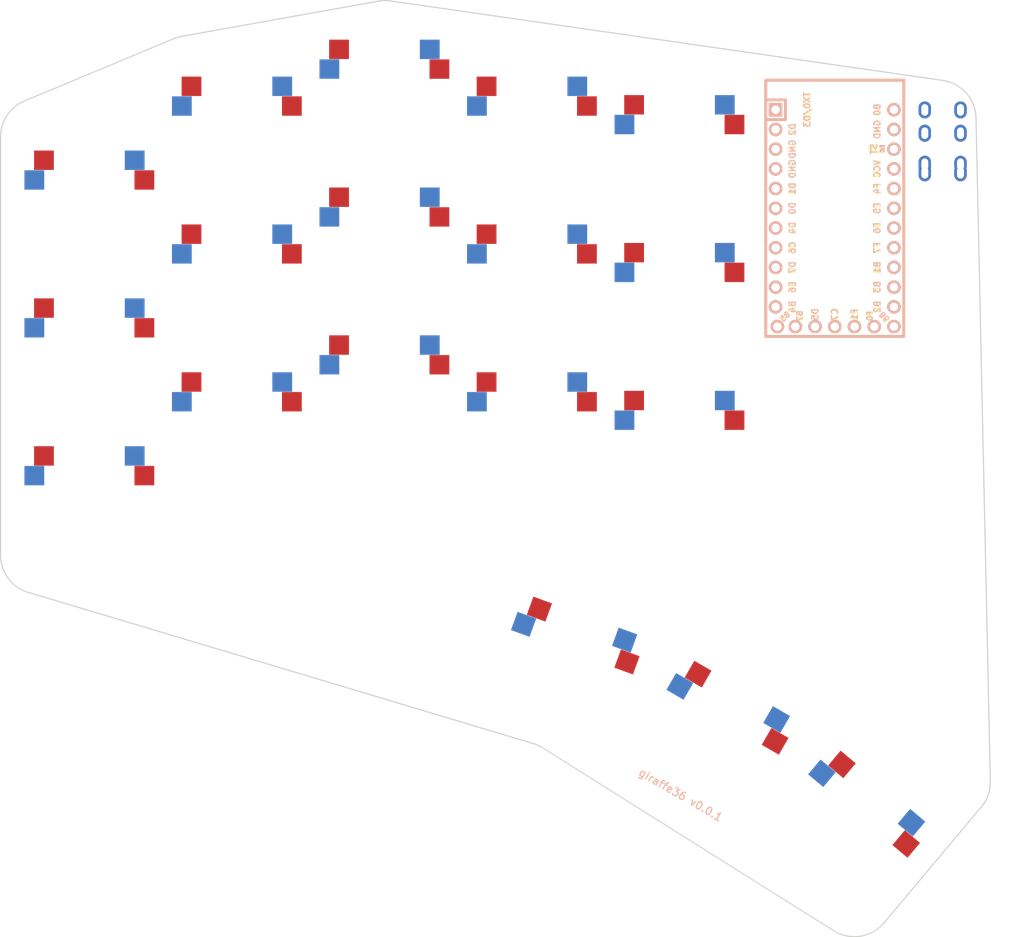
<source format=kicad_pcb>

            
(kicad_pcb (version 20171130) (host pcbnew 5.1.6)

  (page A3)
  (title_block
    (title giraffe36_pcb)
    (rev v1.0.0)
    (company Unknown)
  )

  (general
    (thickness 1.6)
  )

  (layers
    (0 F.Cu signal)
    (31 B.Cu signal)
    (32 B.Adhes user)
    (33 F.Adhes user)
    (34 B.Paste user)
    (35 F.Paste user)
    (36 B.SilkS user)
    (37 F.SilkS user)
    (38 B.Mask user)
    (39 F.Mask user)
    (40 Dwgs.User user)
    (41 Cmts.User user)
    (42 Eco1.User user)
    (43 Eco2.User user)
    (44 Edge.Cuts user)
    (45 Margin user)
    (46 B.CrtYd user)
    (47 F.CrtYd user)
    (48 B.Fab user)
    (49 F.Fab user)
  )

  (setup
    (last_trace_width 0.25)
    (trace_clearance 0.2)
    (zone_clearance 0.508)
    (zone_45_only no)
    (trace_min 0.2)
    (via_size 0.8)
    (via_drill 0.4)
    (via_min_size 0.4)
    (via_min_drill 0.3)
    (uvia_size 0.3)
    (uvia_drill 0.1)
    (uvias_allowed no)
    (uvia_min_size 0.2)
    (uvia_min_drill 0.1)
    (edge_width 0.05)
    (segment_width 0.2)
    (pcb_text_width 0.3)
    (pcb_text_size 1.5 1.5)
    (mod_edge_width 0.12)
    (mod_text_size 1 1)
    (mod_text_width 0.15)
    (pad_size 1.524 1.524)
    (pad_drill 0.762)
    (pad_to_mask_clearance 0.05)
    (aux_axis_origin 0 0)
    (visible_elements FFFFFF7F)
    (pcbplotparams
      (layerselection 0x010fc_ffffffff)
      (usegerberextensions false)
      (usegerberattributes true)
      (usegerberadvancedattributes true)
      (creategerberjobfile true)
      (excludeedgelayer true)
      (linewidth 0.100000)
      (plotframeref false)
      (viasonmask false)
      (mode 1)
      (useauxorigin false)
      (hpglpennumber 1)
      (hpglpenspeed 20)
      (hpglpendiameter 15.000000)
      (psnegative false)
      (psa4output false)
      (plotreference true)
      (plotvalue true)
      (plotinvisibletext false)
      (padsonsilk false)
      (subtractmaskfromsilk false)
      (outputformat 1)
      (mirror false)
      (drillshape 1)
      (scaleselection 1)
      (outputdirectory ""))
  )

            (net 0 "")
(net 1 "matrix_pinky_bottom")
(net 2 "GND")
(net 3 "matrix_pinky_home")
(net 4 "matrix_pinky_top")
(net 5 "matrix_ring_bottom")
(net 6 "matrix_ring_home")
(net 7 "matrix_ring_top")
(net 8 "matrix_middle_bottom")
(net 9 "matrix_middle_home")
(net 10 "matrix_middle_top")
(net 11 "matrix_index_bottom")
(net 12 "matrix_index_home")
(net 13 "matrix_index_top")
(net 14 "matrix_inner_bottom")
(net 15 "matrix_inner_home")
(net 16 "matrix_inner_top")
(net 17 "thumbfan_near_home")
(net 18 "thumbfan_home_home")
(net 19 "thumbfan_far_home")
(net 20 "RAW")
(net 21 "RST")
(net 22 "VCC")
(net 23 "F4")
(net 24 "F5")
(net 25 "F6")
(net 26 "F7")
(net 27 "B1")
(net 28 "B0")
            
  (net_class Default "This is the default net class."
    (clearance 0.2)
    (trace_width 0.25)
    (via_dia 0.8)
    (via_drill 0.4)
    (uvia_dia 0.3)
    (uvia_drill 0.1)
    (add_net "")
(add_net "matrix_pinky_bottom")
(add_net "GND")
(add_net "matrix_pinky_home")
(add_net "matrix_pinky_top")
(add_net "matrix_ring_bottom")
(add_net "matrix_ring_home")
(add_net "matrix_ring_top")
(add_net "matrix_middle_bottom")
(add_net "matrix_middle_home")
(add_net "matrix_middle_top")
(add_net "matrix_index_bottom")
(add_net "matrix_index_home")
(add_net "matrix_index_top")
(add_net "matrix_inner_bottom")
(add_net "matrix_inner_home")
(add_net "matrix_inner_top")
(add_net "thumbfan_near_home")
(add_net "thumbfan_home_home")
(add_net "thumbfan_far_home")
(add_net "RAW")
(add_net "RST")
(add_net "VCC")
(add_net "F4")
(add_net "F5")
(add_net "F6")
(add_net "F7")
(add_net "B1")
(add_net "B0")
  )

            
        
      (module MX (layer F.Cu) (tedit 5DD4F656)
      (at 152.4 152.4 0)

      
      (fp_text reference "S1" (at 0 0) (layer F.SilkS) hide (effects (font (size 1.27 1.27) (thickness 0.15))))
      (fp_text value "" (at 0 0) (layer F.SilkS) hide (effects (font (size 1.27 1.27) (thickness 0.15))))

      
      (fp_line (start -7 -6) (end -7 -7) (layer Dwgs.User) (width 0.15))
      (fp_line (start -7 7) (end -6 7) (layer Dwgs.User) (width 0.15))
      (fp_line (start -6 -7) (end -7 -7) (layer Dwgs.User) (width 0.15))
      (fp_line (start -7 7) (end -7 6) (layer Dwgs.User) (width 0.15))
      (fp_line (start 7 6) (end 7 7) (layer Dwgs.User) (width 0.15))
      (fp_line (start 7 -7) (end 6 -7) (layer Dwgs.User) (width 0.15))
      (fp_line (start 6 7) (end 7 7) (layer Dwgs.User) (width 0.15))
      (fp_line (start 7 -7) (end 7 -6) (layer Dwgs.User) (width 0.15))
    
      
      (pad "" np_thru_hole circle (at 0 0) (size 3.9878 3.9878) (drill 3.9878) (layers *.Cu *.Mask))

      
      (pad "" np_thru_hole circle (at 5.08 0) (size 1.7018 1.7018) (drill 1.7018) (layers *.Cu *.Mask))
      (pad "" np_thru_hole circle (at -5.08 0) (size 1.7018 1.7018) (drill 1.7018) (layers *.Cu *.Mask))
      
        
      
      (fp_line (start -9.5 -9.5) (end 9.5 -9.5) (layer Dwgs.User) (width 0.15))
      (fp_line (start 9.5 -9.5) (end 9.5 9.5) (layer Dwgs.User) (width 0.15))
      (fp_line (start 9.5 9.5) (end -9.5 9.5) (layer Dwgs.User) (width 0.15))
      (fp_line (start -9.5 9.5) (end -9.5 -9.5) (layer Dwgs.User) (width 0.15))
      
        
        
        (pad "" np_thru_hole circle (at 2.54 -5.08) (size 3 3) (drill 3) (layers *.Cu *.Mask))
        (pad "" np_thru_hole circle (at -3.81 -2.54) (size 3 3) (drill 3) (layers *.Cu *.Mask))
        
        
        (pad 1 smd rect (at -7.085 -2.54 0) (size 2.55 2.5) (layers B.Cu B.Paste B.Mask) (net 1 "matrix_pinky_bottom"))
        (pad 2 smd rect (at 5.842 -5.08 0) (size 2.55 2.5) (layers B.Cu B.Paste B.Mask) (net 2 "GND"))
        
        
        
        (pad "" np_thru_hole circle (at -2.54 -5.08) (size 3 3) (drill 3) (layers *.Cu *.Mask))
        (pad "" np_thru_hole circle (at 3.81 -2.54) (size 3 3) (drill 3) (layers *.Cu *.Mask))
        
        
        (pad 1 smd rect (at 7.085 -2.54 0) (size 2.55 2.5) (layers F.Cu F.Paste F.Mask) (net 1 "matrix_pinky_bottom"))
        (pad 2 smd rect (at -5.842 -5.08 0) (size 2.55 2.5) (layers F.Cu F.Paste F.Mask) (net 2 "GND"))
        )
        

        
      (module MX (layer F.Cu) (tedit 5DD4F656)
      (at 152.4 133.35 0)

      
      (fp_text reference "S2" (at 0 0) (layer F.SilkS) hide (effects (font (size 1.27 1.27) (thickness 0.15))))
      (fp_text value "" (at 0 0) (layer F.SilkS) hide (effects (font (size 1.27 1.27) (thickness 0.15))))

      
      (fp_line (start -7 -6) (end -7 -7) (layer Dwgs.User) (width 0.15))
      (fp_line (start -7 7) (end -6 7) (layer Dwgs.User) (width 0.15))
      (fp_line (start -6 -7) (end -7 -7) (layer Dwgs.User) (width 0.15))
      (fp_line (start -7 7) (end -7 6) (layer Dwgs.User) (width 0.15))
      (fp_line (start 7 6) (end 7 7) (layer Dwgs.User) (width 0.15))
      (fp_line (start 7 -7) (end 6 -7) (layer Dwgs.User) (width 0.15))
      (fp_line (start 6 7) (end 7 7) (layer Dwgs.User) (width 0.15))
      (fp_line (start 7 -7) (end 7 -6) (layer Dwgs.User) (width 0.15))
    
      
      (pad "" np_thru_hole circle (at 0 0) (size 3.9878 3.9878) (drill 3.9878) (layers *.Cu *.Mask))

      
      (pad "" np_thru_hole circle (at 5.08 0) (size 1.7018 1.7018) (drill 1.7018) (layers *.Cu *.Mask))
      (pad "" np_thru_hole circle (at -5.08 0) (size 1.7018 1.7018) (drill 1.7018) (layers *.Cu *.Mask))
      
        
      
      (fp_line (start -9.5 -9.5) (end 9.5 -9.5) (layer Dwgs.User) (width 0.15))
      (fp_line (start 9.5 -9.5) (end 9.5 9.5) (layer Dwgs.User) (width 0.15))
      (fp_line (start 9.5 9.5) (end -9.5 9.5) (layer Dwgs.User) (width 0.15))
      (fp_line (start -9.5 9.5) (end -9.5 -9.5) (layer Dwgs.User) (width 0.15))
      
        
        
        (pad "" np_thru_hole circle (at 2.54 -5.08) (size 3 3) (drill 3) (layers *.Cu *.Mask))
        (pad "" np_thru_hole circle (at -3.81 -2.54) (size 3 3) (drill 3) (layers *.Cu *.Mask))
        
        
        (pad 1 smd rect (at -7.085 -2.54 0) (size 2.55 2.5) (layers B.Cu B.Paste B.Mask) (net 3 "matrix_pinky_home"))
        (pad 2 smd rect (at 5.842 -5.08 0) (size 2.55 2.5) (layers B.Cu B.Paste B.Mask) (net 2 "GND"))
        
        
        
        (pad "" np_thru_hole circle (at -2.54 -5.08) (size 3 3) (drill 3) (layers *.Cu *.Mask))
        (pad "" np_thru_hole circle (at 3.81 -2.54) (size 3 3) (drill 3) (layers *.Cu *.Mask))
        
        
        (pad 1 smd rect (at 7.085 -2.54 0) (size 2.55 2.5) (layers F.Cu F.Paste F.Mask) (net 3 "matrix_pinky_home"))
        (pad 2 smd rect (at -5.842 -5.08 0) (size 2.55 2.5) (layers F.Cu F.Paste F.Mask) (net 2 "GND"))
        )
        

        
      (module MX (layer F.Cu) (tedit 5DD4F656)
      (at 152.4 114.3 0)

      
      (fp_text reference "S3" (at 0 0) (layer F.SilkS) hide (effects (font (size 1.27 1.27) (thickness 0.15))))
      (fp_text value "" (at 0 0) (layer F.SilkS) hide (effects (font (size 1.27 1.27) (thickness 0.15))))

      
      (fp_line (start -7 -6) (end -7 -7) (layer Dwgs.User) (width 0.15))
      (fp_line (start -7 7) (end -6 7) (layer Dwgs.User) (width 0.15))
      (fp_line (start -6 -7) (end -7 -7) (layer Dwgs.User) (width 0.15))
      (fp_line (start -7 7) (end -7 6) (layer Dwgs.User) (width 0.15))
      (fp_line (start 7 6) (end 7 7) (layer Dwgs.User) (width 0.15))
      (fp_line (start 7 -7) (end 6 -7) (layer Dwgs.User) (width 0.15))
      (fp_line (start 6 7) (end 7 7) (layer Dwgs.User) (width 0.15))
      (fp_line (start 7 -7) (end 7 -6) (layer Dwgs.User) (width 0.15))
    
      
      (pad "" np_thru_hole circle (at 0 0) (size 3.9878 3.9878) (drill 3.9878) (layers *.Cu *.Mask))

      
      (pad "" np_thru_hole circle (at 5.08 0) (size 1.7018 1.7018) (drill 1.7018) (layers *.Cu *.Mask))
      (pad "" np_thru_hole circle (at -5.08 0) (size 1.7018 1.7018) (drill 1.7018) (layers *.Cu *.Mask))
      
        
      
      (fp_line (start -9.5 -9.5) (end 9.5 -9.5) (layer Dwgs.User) (width 0.15))
      (fp_line (start 9.5 -9.5) (end 9.5 9.5) (layer Dwgs.User) (width 0.15))
      (fp_line (start 9.5 9.5) (end -9.5 9.5) (layer Dwgs.User) (width 0.15))
      (fp_line (start -9.5 9.5) (end -9.5 -9.5) (layer Dwgs.User) (width 0.15))
      
        
        
        (pad "" np_thru_hole circle (at 2.54 -5.08) (size 3 3) (drill 3) (layers *.Cu *.Mask))
        (pad "" np_thru_hole circle (at -3.81 -2.54) (size 3 3) (drill 3) (layers *.Cu *.Mask))
        
        
        (pad 1 smd rect (at -7.085 -2.54 0) (size 2.55 2.5) (layers B.Cu B.Paste B.Mask) (net 4 "matrix_pinky_top"))
        (pad 2 smd rect (at 5.842 -5.08 0) (size 2.55 2.5) (layers B.Cu B.Paste B.Mask) (net 2 "GND"))
        
        
        
        (pad "" np_thru_hole circle (at -2.54 -5.08) (size 3 3) (drill 3) (layers *.Cu *.Mask))
        (pad "" np_thru_hole circle (at 3.81 -2.54) (size 3 3) (drill 3) (layers *.Cu *.Mask))
        
        
        (pad 1 smd rect (at 7.085 -2.54 0) (size 2.55 2.5) (layers F.Cu F.Paste F.Mask) (net 4 "matrix_pinky_top"))
        (pad 2 smd rect (at -5.842 -5.08 0) (size 2.55 2.5) (layers F.Cu F.Paste F.Mask) (net 2 "GND"))
        )
        

        
      (module MX (layer F.Cu) (tedit 5DD4F656)
      (at 171.4 142.875 0)

      
      (fp_text reference "S4" (at 0 0) (layer F.SilkS) hide (effects (font (size 1.27 1.27) (thickness 0.15))))
      (fp_text value "" (at 0 0) (layer F.SilkS) hide (effects (font (size 1.27 1.27) (thickness 0.15))))

      
      (fp_line (start -7 -6) (end -7 -7) (layer Dwgs.User) (width 0.15))
      (fp_line (start -7 7) (end -6 7) (layer Dwgs.User) (width 0.15))
      (fp_line (start -6 -7) (end -7 -7) (layer Dwgs.User) (width 0.15))
      (fp_line (start -7 7) (end -7 6) (layer Dwgs.User) (width 0.15))
      (fp_line (start 7 6) (end 7 7) (layer Dwgs.User) (width 0.15))
      (fp_line (start 7 -7) (end 6 -7) (layer Dwgs.User) (width 0.15))
      (fp_line (start 6 7) (end 7 7) (layer Dwgs.User) (width 0.15))
      (fp_line (start 7 -7) (end 7 -6) (layer Dwgs.User) (width 0.15))
    
      
      (pad "" np_thru_hole circle (at 0 0) (size 3.9878 3.9878) (drill 3.9878) (layers *.Cu *.Mask))

      
      (pad "" np_thru_hole circle (at 5.08 0) (size 1.7018 1.7018) (drill 1.7018) (layers *.Cu *.Mask))
      (pad "" np_thru_hole circle (at -5.08 0) (size 1.7018 1.7018) (drill 1.7018) (layers *.Cu *.Mask))
      
        
      
      (fp_line (start -9.5 -9.5) (end 9.5 -9.5) (layer Dwgs.User) (width 0.15))
      (fp_line (start 9.5 -9.5) (end 9.5 9.5) (layer Dwgs.User) (width 0.15))
      (fp_line (start 9.5 9.5) (end -9.5 9.5) (layer Dwgs.User) (width 0.15))
      (fp_line (start -9.5 9.5) (end -9.5 -9.5) (layer Dwgs.User) (width 0.15))
      
        
        
        (pad "" np_thru_hole circle (at 2.54 -5.08) (size 3 3) (drill 3) (layers *.Cu *.Mask))
        (pad "" np_thru_hole circle (at -3.81 -2.54) (size 3 3) (drill 3) (layers *.Cu *.Mask))
        
        
        (pad 1 smd rect (at -7.085 -2.54 0) (size 2.55 2.5) (layers B.Cu B.Paste B.Mask) (net 5 "matrix_ring_bottom"))
        (pad 2 smd rect (at 5.842 -5.08 0) (size 2.55 2.5) (layers B.Cu B.Paste B.Mask) (net 2 "GND"))
        
        
        
        (pad "" np_thru_hole circle (at -2.54 -5.08) (size 3 3) (drill 3) (layers *.Cu *.Mask))
        (pad "" np_thru_hole circle (at 3.81 -2.54) (size 3 3) (drill 3) (layers *.Cu *.Mask))
        
        
        (pad 1 smd rect (at 7.085 -2.54 0) (size 2.55 2.5) (layers F.Cu F.Paste F.Mask) (net 5 "matrix_ring_bottom"))
        (pad 2 smd rect (at -5.842 -5.08 0) (size 2.55 2.5) (layers F.Cu F.Paste F.Mask) (net 2 "GND"))
        )
        

        
      (module MX (layer F.Cu) (tedit 5DD4F656)
      (at 171.4 123.825 0)

      
      (fp_text reference "S5" (at 0 0) (layer F.SilkS) hide (effects (font (size 1.27 1.27) (thickness 0.15))))
      (fp_text value "" (at 0 0) (layer F.SilkS) hide (effects (font (size 1.27 1.27) (thickness 0.15))))

      
      (fp_line (start -7 -6) (end -7 -7) (layer Dwgs.User) (width 0.15))
      (fp_line (start -7 7) (end -6 7) (layer Dwgs.User) (width 0.15))
      (fp_line (start -6 -7) (end -7 -7) (layer Dwgs.User) (width 0.15))
      (fp_line (start -7 7) (end -7 6) (layer Dwgs.User) (width 0.15))
      (fp_line (start 7 6) (end 7 7) (layer Dwgs.User) (width 0.15))
      (fp_line (start 7 -7) (end 6 -7) (layer Dwgs.User) (width 0.15))
      (fp_line (start 6 7) (end 7 7) (layer Dwgs.User) (width 0.15))
      (fp_line (start 7 -7) (end 7 -6) (layer Dwgs.User) (width 0.15))
    
      
      (pad "" np_thru_hole circle (at 0 0) (size 3.9878 3.9878) (drill 3.9878) (layers *.Cu *.Mask))

      
      (pad "" np_thru_hole circle (at 5.08 0) (size 1.7018 1.7018) (drill 1.7018) (layers *.Cu *.Mask))
      (pad "" np_thru_hole circle (at -5.08 0) (size 1.7018 1.7018) (drill 1.7018) (layers *.Cu *.Mask))
      
        
      
      (fp_line (start -9.5 -9.5) (end 9.5 -9.5) (layer Dwgs.User) (width 0.15))
      (fp_line (start 9.5 -9.5) (end 9.5 9.5) (layer Dwgs.User) (width 0.15))
      (fp_line (start 9.5 9.5) (end -9.5 9.5) (layer Dwgs.User) (width 0.15))
      (fp_line (start -9.5 9.5) (end -9.5 -9.5) (layer Dwgs.User) (width 0.15))
      
        
        
        (pad "" np_thru_hole circle (at 2.54 -5.08) (size 3 3) (drill 3) (layers *.Cu *.Mask))
        (pad "" np_thru_hole circle (at -3.81 -2.54) (size 3 3) (drill 3) (layers *.Cu *.Mask))
        
        
        (pad 1 smd rect (at -7.085 -2.54 0) (size 2.55 2.5) (layers B.Cu B.Paste B.Mask) (net 6 "matrix_ring_home"))
        (pad 2 smd rect (at 5.842 -5.08 0) (size 2.55 2.5) (layers B.Cu B.Paste B.Mask) (net 2 "GND"))
        
        
        
        (pad "" np_thru_hole circle (at -2.54 -5.08) (size 3 3) (drill 3) (layers *.Cu *.Mask))
        (pad "" np_thru_hole circle (at 3.81 -2.54) (size 3 3) (drill 3) (layers *.Cu *.Mask))
        
        
        (pad 1 smd rect (at 7.085 -2.54 0) (size 2.55 2.5) (layers F.Cu F.Paste F.Mask) (net 6 "matrix_ring_home"))
        (pad 2 smd rect (at -5.842 -5.08 0) (size 2.55 2.5) (layers F.Cu F.Paste F.Mask) (net 2 "GND"))
        )
        

        
      (module MX (layer F.Cu) (tedit 5DD4F656)
      (at 171.4 104.775 0)

      
      (fp_text reference "S6" (at 0 0) (layer F.SilkS) hide (effects (font (size 1.27 1.27) (thickness 0.15))))
      (fp_text value "" (at 0 0) (layer F.SilkS) hide (effects (font (size 1.27 1.27) (thickness 0.15))))

      
      (fp_line (start -7 -6) (end -7 -7) (layer Dwgs.User) (width 0.15))
      (fp_line (start -7 7) (end -6 7) (layer Dwgs.User) (width 0.15))
      (fp_line (start -6 -7) (end -7 -7) (layer Dwgs.User) (width 0.15))
      (fp_line (start -7 7) (end -7 6) (layer Dwgs.User) (width 0.15))
      (fp_line (start 7 6) (end 7 7) (layer Dwgs.User) (width 0.15))
      (fp_line (start 7 -7) (end 6 -7) (layer Dwgs.User) (width 0.15))
      (fp_line (start 6 7) (end 7 7) (layer Dwgs.User) (width 0.15))
      (fp_line (start 7 -7) (end 7 -6) (layer Dwgs.User) (width 0.15))
    
      
      (pad "" np_thru_hole circle (at 0 0) (size 3.9878 3.9878) (drill 3.9878) (layers *.Cu *.Mask))

      
      (pad "" np_thru_hole circle (at 5.08 0) (size 1.7018 1.7018) (drill 1.7018) (layers *.Cu *.Mask))
      (pad "" np_thru_hole circle (at -5.08 0) (size 1.7018 1.7018) (drill 1.7018) (layers *.Cu *.Mask))
      
        
      
      (fp_line (start -9.5 -9.5) (end 9.5 -9.5) (layer Dwgs.User) (width 0.15))
      (fp_line (start 9.5 -9.5) (end 9.5 9.5) (layer Dwgs.User) (width 0.15))
      (fp_line (start 9.5 9.5) (end -9.5 9.5) (layer Dwgs.User) (width 0.15))
      (fp_line (start -9.5 9.5) (end -9.5 -9.5) (layer Dwgs.User) (width 0.15))
      
        
        
        (pad "" np_thru_hole circle (at 2.54 -5.08) (size 3 3) (drill 3) (layers *.Cu *.Mask))
        (pad "" np_thru_hole circle (at -3.81 -2.54) (size 3 3) (drill 3) (layers *.Cu *.Mask))
        
        
        (pad 1 smd rect (at -7.085 -2.54 0) (size 2.55 2.5) (layers B.Cu B.Paste B.Mask) (net 7 "matrix_ring_top"))
        (pad 2 smd rect (at 5.842 -5.08 0) (size 2.55 2.5) (layers B.Cu B.Paste B.Mask) (net 2 "GND"))
        
        
        
        (pad "" np_thru_hole circle (at -2.54 -5.08) (size 3 3) (drill 3) (layers *.Cu *.Mask))
        (pad "" np_thru_hole circle (at 3.81 -2.54) (size 3 3) (drill 3) (layers *.Cu *.Mask))
        
        
        (pad 1 smd rect (at 7.085 -2.54 0) (size 2.55 2.5) (layers F.Cu F.Paste F.Mask) (net 7 "matrix_ring_top"))
        (pad 2 smd rect (at -5.842 -5.08 0) (size 2.55 2.5) (layers F.Cu F.Paste F.Mask) (net 2 "GND"))
        )
        

        
      (module MX (layer F.Cu) (tedit 5DD4F656)
      (at 190.4 138.1125 0)

      
      (fp_text reference "S7" (at 0 0) (layer F.SilkS) hide (effects (font (size 1.27 1.27) (thickness 0.15))))
      (fp_text value "" (at 0 0) (layer F.SilkS) hide (effects (font (size 1.27 1.27) (thickness 0.15))))

      
      (fp_line (start -7 -6) (end -7 -7) (layer Dwgs.User) (width 0.15))
      (fp_line (start -7 7) (end -6 7) (layer Dwgs.User) (width 0.15))
      (fp_line (start -6 -7) (end -7 -7) (layer Dwgs.User) (width 0.15))
      (fp_line (start -7 7) (end -7 6) (layer Dwgs.User) (width 0.15))
      (fp_line (start 7 6) (end 7 7) (layer Dwgs.User) (width 0.15))
      (fp_line (start 7 -7) (end 6 -7) (layer Dwgs.User) (width 0.15))
      (fp_line (start 6 7) (end 7 7) (layer Dwgs.User) (width 0.15))
      (fp_line (start 7 -7) (end 7 -6) (layer Dwgs.User) (width 0.15))
    
      
      (pad "" np_thru_hole circle (at 0 0) (size 3.9878 3.9878) (drill 3.9878) (layers *.Cu *.Mask))

      
      (pad "" np_thru_hole circle (at 5.08 0) (size 1.7018 1.7018) (drill 1.7018) (layers *.Cu *.Mask))
      (pad "" np_thru_hole circle (at -5.08 0) (size 1.7018 1.7018) (drill 1.7018) (layers *.Cu *.Mask))
      
        
      
      (fp_line (start -9.5 -9.5) (end 9.5 -9.5) (layer Dwgs.User) (width 0.15))
      (fp_line (start 9.5 -9.5) (end 9.5 9.5) (layer Dwgs.User) (width 0.15))
      (fp_line (start 9.5 9.5) (end -9.5 9.5) (layer Dwgs.User) (width 0.15))
      (fp_line (start -9.5 9.5) (end -9.5 -9.5) (layer Dwgs.User) (width 0.15))
      
        
        
        (pad "" np_thru_hole circle (at 2.54 -5.08) (size 3 3) (drill 3) (layers *.Cu *.Mask))
        (pad "" np_thru_hole circle (at -3.81 -2.54) (size 3 3) (drill 3) (layers *.Cu *.Mask))
        
        
        (pad 1 smd rect (at -7.085 -2.54 0) (size 2.55 2.5) (layers B.Cu B.Paste B.Mask) (net 8 "matrix_middle_bottom"))
        (pad 2 smd rect (at 5.842 -5.08 0) (size 2.55 2.5) (layers B.Cu B.Paste B.Mask) (net 2 "GND"))
        
        
        
        (pad "" np_thru_hole circle (at -2.54 -5.08) (size 3 3) (drill 3) (layers *.Cu *.Mask))
        (pad "" np_thru_hole circle (at 3.81 -2.54) (size 3 3) (drill 3) (layers *.Cu *.Mask))
        
        
        (pad 1 smd rect (at 7.085 -2.54 0) (size 2.55 2.5) (layers F.Cu F.Paste F.Mask) (net 8 "matrix_middle_bottom"))
        (pad 2 smd rect (at -5.842 -5.08 0) (size 2.55 2.5) (layers F.Cu F.Paste F.Mask) (net 2 "GND"))
        )
        

        
      (module MX (layer F.Cu) (tedit 5DD4F656)
      (at 190.4 119.06250000000001 0)

      
      (fp_text reference "S8" (at 0 0) (layer F.SilkS) hide (effects (font (size 1.27 1.27) (thickness 0.15))))
      (fp_text value "" (at 0 0) (layer F.SilkS) hide (effects (font (size 1.27 1.27) (thickness 0.15))))

      
      (fp_line (start -7 -6) (end -7 -7) (layer Dwgs.User) (width 0.15))
      (fp_line (start -7 7) (end -6 7) (layer Dwgs.User) (width 0.15))
      (fp_line (start -6 -7) (end -7 -7) (layer Dwgs.User) (width 0.15))
      (fp_line (start -7 7) (end -7 6) (layer Dwgs.User) (width 0.15))
      (fp_line (start 7 6) (end 7 7) (layer Dwgs.User) (width 0.15))
      (fp_line (start 7 -7) (end 6 -7) (layer Dwgs.User) (width 0.15))
      (fp_line (start 6 7) (end 7 7) (layer Dwgs.User) (width 0.15))
      (fp_line (start 7 -7) (end 7 -6) (layer Dwgs.User) (width 0.15))
    
      
      (pad "" np_thru_hole circle (at 0 0) (size 3.9878 3.9878) (drill 3.9878) (layers *.Cu *.Mask))

      
      (pad "" np_thru_hole circle (at 5.08 0) (size 1.7018 1.7018) (drill 1.7018) (layers *.Cu *.Mask))
      (pad "" np_thru_hole circle (at -5.08 0) (size 1.7018 1.7018) (drill 1.7018) (layers *.Cu *.Mask))
      
        
      
      (fp_line (start -9.5 -9.5) (end 9.5 -9.5) (layer Dwgs.User) (width 0.15))
      (fp_line (start 9.5 -9.5) (end 9.5 9.5) (layer Dwgs.User) (width 0.15))
      (fp_line (start 9.5 9.5) (end -9.5 9.5) (layer Dwgs.User) (width 0.15))
      (fp_line (start -9.5 9.5) (end -9.5 -9.5) (layer Dwgs.User) (width 0.15))
      
        
        
        (pad "" np_thru_hole circle (at 2.54 -5.08) (size 3 3) (drill 3) (layers *.Cu *.Mask))
        (pad "" np_thru_hole circle (at -3.81 -2.54) (size 3 3) (drill 3) (layers *.Cu *.Mask))
        
        
        (pad 1 smd rect (at -7.085 -2.54 0) (size 2.55 2.5) (layers B.Cu B.Paste B.Mask) (net 9 "matrix_middle_home"))
        (pad 2 smd rect (at 5.842 -5.08 0) (size 2.55 2.5) (layers B.Cu B.Paste B.Mask) (net 2 "GND"))
        
        
        
        (pad "" np_thru_hole circle (at -2.54 -5.08) (size 3 3) (drill 3) (layers *.Cu *.Mask))
        (pad "" np_thru_hole circle (at 3.81 -2.54) (size 3 3) (drill 3) (layers *.Cu *.Mask))
        
        
        (pad 1 smd rect (at 7.085 -2.54 0) (size 2.55 2.5) (layers F.Cu F.Paste F.Mask) (net 9 "matrix_middle_home"))
        (pad 2 smd rect (at -5.842 -5.08 0) (size 2.55 2.5) (layers F.Cu F.Paste F.Mask) (net 2 "GND"))
        )
        

        
      (module MX (layer F.Cu) (tedit 5DD4F656)
      (at 190.4 100.01250000000002 0)

      
      (fp_text reference "S9" (at 0 0) (layer F.SilkS) hide (effects (font (size 1.27 1.27) (thickness 0.15))))
      (fp_text value "" (at 0 0) (layer F.SilkS) hide (effects (font (size 1.27 1.27) (thickness 0.15))))

      
      (fp_line (start -7 -6) (end -7 -7) (layer Dwgs.User) (width 0.15))
      (fp_line (start -7 7) (end -6 7) (layer Dwgs.User) (width 0.15))
      (fp_line (start -6 -7) (end -7 -7) (layer Dwgs.User) (width 0.15))
      (fp_line (start -7 7) (end -7 6) (layer Dwgs.User) (width 0.15))
      (fp_line (start 7 6) (end 7 7) (layer Dwgs.User) (width 0.15))
      (fp_line (start 7 -7) (end 6 -7) (layer Dwgs.User) (width 0.15))
      (fp_line (start 6 7) (end 7 7) (layer Dwgs.User) (width 0.15))
      (fp_line (start 7 -7) (end 7 -6) (layer Dwgs.User) (width 0.15))
    
      
      (pad "" np_thru_hole circle (at 0 0) (size 3.9878 3.9878) (drill 3.9878) (layers *.Cu *.Mask))

      
      (pad "" np_thru_hole circle (at 5.08 0) (size 1.7018 1.7018) (drill 1.7018) (layers *.Cu *.Mask))
      (pad "" np_thru_hole circle (at -5.08 0) (size 1.7018 1.7018) (drill 1.7018) (layers *.Cu *.Mask))
      
        
      
      (fp_line (start -9.5 -9.5) (end 9.5 -9.5) (layer Dwgs.User) (width 0.15))
      (fp_line (start 9.5 -9.5) (end 9.5 9.5) (layer Dwgs.User) (width 0.15))
      (fp_line (start 9.5 9.5) (end -9.5 9.5) (layer Dwgs.User) (width 0.15))
      (fp_line (start -9.5 9.5) (end -9.5 -9.5) (layer Dwgs.User) (width 0.15))
      
        
        
        (pad "" np_thru_hole circle (at 2.54 -5.08) (size 3 3) (drill 3) (layers *.Cu *.Mask))
        (pad "" np_thru_hole circle (at -3.81 -2.54) (size 3 3) (drill 3) (layers *.Cu *.Mask))
        
        
        (pad 1 smd rect (at -7.085 -2.54 0) (size 2.55 2.5) (layers B.Cu B.Paste B.Mask) (net 10 "matrix_middle_top"))
        (pad 2 smd rect (at 5.842 -5.08 0) (size 2.55 2.5) (layers B.Cu B.Paste B.Mask) (net 2 "GND"))
        
        
        
        (pad "" np_thru_hole circle (at -2.54 -5.08) (size 3 3) (drill 3) (layers *.Cu *.Mask))
        (pad "" np_thru_hole circle (at 3.81 -2.54) (size 3 3) (drill 3) (layers *.Cu *.Mask))
        
        
        (pad 1 smd rect (at 7.085 -2.54 0) (size 2.55 2.5) (layers F.Cu F.Paste F.Mask) (net 10 "matrix_middle_top"))
        (pad 2 smd rect (at -5.842 -5.08 0) (size 2.55 2.5) (layers F.Cu F.Paste F.Mask) (net 2 "GND"))
        )
        

        
      (module MX (layer F.Cu) (tedit 5DD4F656)
      (at 209.4 142.875 0)

      
      (fp_text reference "S10" (at 0 0) (layer F.SilkS) hide (effects (font (size 1.27 1.27) (thickness 0.15))))
      (fp_text value "" (at 0 0) (layer F.SilkS) hide (effects (font (size 1.27 1.27) (thickness 0.15))))

      
      (fp_line (start -7 -6) (end -7 -7) (layer Dwgs.User) (width 0.15))
      (fp_line (start -7 7) (end -6 7) (layer Dwgs.User) (width 0.15))
      (fp_line (start -6 -7) (end -7 -7) (layer Dwgs.User) (width 0.15))
      (fp_line (start -7 7) (end -7 6) (layer Dwgs.User) (width 0.15))
      (fp_line (start 7 6) (end 7 7) (layer Dwgs.User) (width 0.15))
      (fp_line (start 7 -7) (end 6 -7) (layer Dwgs.User) (width 0.15))
      (fp_line (start 6 7) (end 7 7) (layer Dwgs.User) (width 0.15))
      (fp_line (start 7 -7) (end 7 -6) (layer Dwgs.User) (width 0.15))
    
      
      (pad "" np_thru_hole circle (at 0 0) (size 3.9878 3.9878) (drill 3.9878) (layers *.Cu *.Mask))

      
      (pad "" np_thru_hole circle (at 5.08 0) (size 1.7018 1.7018) (drill 1.7018) (layers *.Cu *.Mask))
      (pad "" np_thru_hole circle (at -5.08 0) (size 1.7018 1.7018) (drill 1.7018) (layers *.Cu *.Mask))
      
        
      
      (fp_line (start -9.5 -9.5) (end 9.5 -9.5) (layer Dwgs.User) (width 0.15))
      (fp_line (start 9.5 -9.5) (end 9.5 9.5) (layer Dwgs.User) (width 0.15))
      (fp_line (start 9.5 9.5) (end -9.5 9.5) (layer Dwgs.User) (width 0.15))
      (fp_line (start -9.5 9.5) (end -9.5 -9.5) (layer Dwgs.User) (width 0.15))
      
        
        
        (pad "" np_thru_hole circle (at 2.54 -5.08) (size 3 3) (drill 3) (layers *.Cu *.Mask))
        (pad "" np_thru_hole circle (at -3.81 -2.54) (size 3 3) (drill 3) (layers *.Cu *.Mask))
        
        
        (pad 1 smd rect (at -7.085 -2.54 0) (size 2.55 2.5) (layers B.Cu B.Paste B.Mask) (net 11 "matrix_index_bottom"))
        (pad 2 smd rect (at 5.842 -5.08 0) (size 2.55 2.5) (layers B.Cu B.Paste B.Mask) (net 2 "GND"))
        
        
        
        (pad "" np_thru_hole circle (at -2.54 -5.08) (size 3 3) (drill 3) (layers *.Cu *.Mask))
        (pad "" np_thru_hole circle (at 3.81 -2.54) (size 3 3) (drill 3) (layers *.Cu *.Mask))
        
        
        (pad 1 smd rect (at 7.085 -2.54 0) (size 2.55 2.5) (layers F.Cu F.Paste F.Mask) (net 11 "matrix_index_bottom"))
        (pad 2 smd rect (at -5.842 -5.08 0) (size 2.55 2.5) (layers F.Cu F.Paste F.Mask) (net 2 "GND"))
        )
        

        
      (module MX (layer F.Cu) (tedit 5DD4F656)
      (at 209.4 123.825 0)

      
      (fp_text reference "S11" (at 0 0) (layer F.SilkS) hide (effects (font (size 1.27 1.27) (thickness 0.15))))
      (fp_text value "" (at 0 0) (layer F.SilkS) hide (effects (font (size 1.27 1.27) (thickness 0.15))))

      
      (fp_line (start -7 -6) (end -7 -7) (layer Dwgs.User) (width 0.15))
      (fp_line (start -7 7) (end -6 7) (layer Dwgs.User) (width 0.15))
      (fp_line (start -6 -7) (end -7 -7) (layer Dwgs.User) (width 0.15))
      (fp_line (start -7 7) (end -7 6) (layer Dwgs.User) (width 0.15))
      (fp_line (start 7 6) (end 7 7) (layer Dwgs.User) (width 0.15))
      (fp_line (start 7 -7) (end 6 -7) (layer Dwgs.User) (width 0.15))
      (fp_line (start 6 7) (end 7 7) (layer Dwgs.User) (width 0.15))
      (fp_line (start 7 -7) (end 7 -6) (layer Dwgs.User) (width 0.15))
    
      
      (pad "" np_thru_hole circle (at 0 0) (size 3.9878 3.9878) (drill 3.9878) (layers *.Cu *.Mask))

      
      (pad "" np_thru_hole circle (at 5.08 0) (size 1.7018 1.7018) (drill 1.7018) (layers *.Cu *.Mask))
      (pad "" np_thru_hole circle (at -5.08 0) (size 1.7018 1.7018) (drill 1.7018) (layers *.Cu *.Mask))
      
        
      
      (fp_line (start -9.5 -9.5) (end 9.5 -9.5) (layer Dwgs.User) (width 0.15))
      (fp_line (start 9.5 -9.5) (end 9.5 9.5) (layer Dwgs.User) (width 0.15))
      (fp_line (start 9.5 9.5) (end -9.5 9.5) (layer Dwgs.User) (width 0.15))
      (fp_line (start -9.5 9.5) (end -9.5 -9.5) (layer Dwgs.User) (width 0.15))
      
        
        
        (pad "" np_thru_hole circle (at 2.54 -5.08) (size 3 3) (drill 3) (layers *.Cu *.Mask))
        (pad "" np_thru_hole circle (at -3.81 -2.54) (size 3 3) (drill 3) (layers *.Cu *.Mask))
        
        
        (pad 1 smd rect (at -7.085 -2.54 0) (size 2.55 2.5) (layers B.Cu B.Paste B.Mask) (net 12 "matrix_index_home"))
        (pad 2 smd rect (at 5.842 -5.08 0) (size 2.55 2.5) (layers B.Cu B.Paste B.Mask) (net 2 "GND"))
        
        
        
        (pad "" np_thru_hole circle (at -2.54 -5.08) (size 3 3) (drill 3) (layers *.Cu *.Mask))
        (pad "" np_thru_hole circle (at 3.81 -2.54) (size 3 3) (drill 3) (layers *.Cu *.Mask))
        
        
        (pad 1 smd rect (at 7.085 -2.54 0) (size 2.55 2.5) (layers F.Cu F.Paste F.Mask) (net 12 "matrix_index_home"))
        (pad 2 smd rect (at -5.842 -5.08 0) (size 2.55 2.5) (layers F.Cu F.Paste F.Mask) (net 2 "GND"))
        )
        

        
      (module MX (layer F.Cu) (tedit 5DD4F656)
      (at 209.4 104.775 0)

      
      (fp_text reference "S12" (at 0 0) (layer F.SilkS) hide (effects (font (size 1.27 1.27) (thickness 0.15))))
      (fp_text value "" (at 0 0) (layer F.SilkS) hide (effects (font (size 1.27 1.27) (thickness 0.15))))

      
      (fp_line (start -7 -6) (end -7 -7) (layer Dwgs.User) (width 0.15))
      (fp_line (start -7 7) (end -6 7) (layer Dwgs.User) (width 0.15))
      (fp_line (start -6 -7) (end -7 -7) (layer Dwgs.User) (width 0.15))
      (fp_line (start -7 7) (end -7 6) (layer Dwgs.User) (width 0.15))
      (fp_line (start 7 6) (end 7 7) (layer Dwgs.User) (width 0.15))
      (fp_line (start 7 -7) (end 6 -7) (layer Dwgs.User) (width 0.15))
      (fp_line (start 6 7) (end 7 7) (layer Dwgs.User) (width 0.15))
      (fp_line (start 7 -7) (end 7 -6) (layer Dwgs.User) (width 0.15))
    
      
      (pad "" np_thru_hole circle (at 0 0) (size 3.9878 3.9878) (drill 3.9878) (layers *.Cu *.Mask))

      
      (pad "" np_thru_hole circle (at 5.08 0) (size 1.7018 1.7018) (drill 1.7018) (layers *.Cu *.Mask))
      (pad "" np_thru_hole circle (at -5.08 0) (size 1.7018 1.7018) (drill 1.7018) (layers *.Cu *.Mask))
      
        
      
      (fp_line (start -9.5 -9.5) (end 9.5 -9.5) (layer Dwgs.User) (width 0.15))
      (fp_line (start 9.5 -9.5) (end 9.5 9.5) (layer Dwgs.User) (width 0.15))
      (fp_line (start 9.5 9.5) (end -9.5 9.5) (layer Dwgs.User) (width 0.15))
      (fp_line (start -9.5 9.5) (end -9.5 -9.5) (layer Dwgs.User) (width 0.15))
      
        
        
        (pad "" np_thru_hole circle (at 2.54 -5.08) (size 3 3) (drill 3) (layers *.Cu *.Mask))
        (pad "" np_thru_hole circle (at -3.81 -2.54) (size 3 3) (drill 3) (layers *.Cu *.Mask))
        
        
        (pad 1 smd rect (at -7.085 -2.54 0) (size 2.55 2.5) (layers B.Cu B.Paste B.Mask) (net 13 "matrix_index_top"))
        (pad 2 smd rect (at 5.842 -5.08 0) (size 2.55 2.5) (layers B.Cu B.Paste B.Mask) (net 2 "GND"))
        
        
        
        (pad "" np_thru_hole circle (at -2.54 -5.08) (size 3 3) (drill 3) (layers *.Cu *.Mask))
        (pad "" np_thru_hole circle (at 3.81 -2.54) (size 3 3) (drill 3) (layers *.Cu *.Mask))
        
        
        (pad 1 smd rect (at 7.085 -2.54 0) (size 2.55 2.5) (layers F.Cu F.Paste F.Mask) (net 13 "matrix_index_top"))
        (pad 2 smd rect (at -5.842 -5.08 0) (size 2.55 2.5) (layers F.Cu F.Paste F.Mask) (net 2 "GND"))
        )
        

        
      (module MX (layer F.Cu) (tedit 5DD4F656)
      (at 228.4 145.25625 0)

      
      (fp_text reference "S13" (at 0 0) (layer F.SilkS) hide (effects (font (size 1.27 1.27) (thickness 0.15))))
      (fp_text value "" (at 0 0) (layer F.SilkS) hide (effects (font (size 1.27 1.27) (thickness 0.15))))

      
      (fp_line (start -7 -6) (end -7 -7) (layer Dwgs.User) (width 0.15))
      (fp_line (start -7 7) (end -6 7) (layer Dwgs.User) (width 0.15))
      (fp_line (start -6 -7) (end -7 -7) (layer Dwgs.User) (width 0.15))
      (fp_line (start -7 7) (end -7 6) (layer Dwgs.User) (width 0.15))
      (fp_line (start 7 6) (end 7 7) (layer Dwgs.User) (width 0.15))
      (fp_line (start 7 -7) (end 6 -7) (layer Dwgs.User) (width 0.15))
      (fp_line (start 6 7) (end 7 7) (layer Dwgs.User) (width 0.15))
      (fp_line (start 7 -7) (end 7 -6) (layer Dwgs.User) (width 0.15))
    
      
      (pad "" np_thru_hole circle (at 0 0) (size 3.9878 3.9878) (drill 3.9878) (layers *.Cu *.Mask))

      
      (pad "" np_thru_hole circle (at 5.08 0) (size 1.7018 1.7018) (drill 1.7018) (layers *.Cu *.Mask))
      (pad "" np_thru_hole circle (at -5.08 0) (size 1.7018 1.7018) (drill 1.7018) (layers *.Cu *.Mask))
      
        
      
      (fp_line (start -9.5 -9.5) (end 9.5 -9.5) (layer Dwgs.User) (width 0.15))
      (fp_line (start 9.5 -9.5) (end 9.5 9.5) (layer Dwgs.User) (width 0.15))
      (fp_line (start 9.5 9.5) (end -9.5 9.5) (layer Dwgs.User) (width 0.15))
      (fp_line (start -9.5 9.5) (end -9.5 -9.5) (layer Dwgs.User) (width 0.15))
      
        
        
        (pad "" np_thru_hole circle (at 2.54 -5.08) (size 3 3) (drill 3) (layers *.Cu *.Mask))
        (pad "" np_thru_hole circle (at -3.81 -2.54) (size 3 3) (drill 3) (layers *.Cu *.Mask))
        
        
        (pad 1 smd rect (at -7.085 -2.54 0) (size 2.55 2.5) (layers B.Cu B.Paste B.Mask) (net 14 "matrix_inner_bottom"))
        (pad 2 smd rect (at 5.842 -5.08 0) (size 2.55 2.5) (layers B.Cu B.Paste B.Mask) (net 2 "GND"))
        
        
        
        (pad "" np_thru_hole circle (at -2.54 -5.08) (size 3 3) (drill 3) (layers *.Cu *.Mask))
        (pad "" np_thru_hole circle (at 3.81 -2.54) (size 3 3) (drill 3) (layers *.Cu *.Mask))
        
        
        (pad 1 smd rect (at 7.085 -2.54 0) (size 2.55 2.5) (layers F.Cu F.Paste F.Mask) (net 14 "matrix_inner_bottom"))
        (pad 2 smd rect (at -5.842 -5.08 0) (size 2.55 2.5) (layers F.Cu F.Paste F.Mask) (net 2 "GND"))
        )
        

        
      (module MX (layer F.Cu) (tedit 5DD4F656)
      (at 228.4 126.20625 0)

      
      (fp_text reference "S14" (at 0 0) (layer F.SilkS) hide (effects (font (size 1.27 1.27) (thickness 0.15))))
      (fp_text value "" (at 0 0) (layer F.SilkS) hide (effects (font (size 1.27 1.27) (thickness 0.15))))

      
      (fp_line (start -7 -6) (end -7 -7) (layer Dwgs.User) (width 0.15))
      (fp_line (start -7 7) (end -6 7) (layer Dwgs.User) (width 0.15))
      (fp_line (start -6 -7) (end -7 -7) (layer Dwgs.User) (width 0.15))
      (fp_line (start -7 7) (end -7 6) (layer Dwgs.User) (width 0.15))
      (fp_line (start 7 6) (end 7 7) (layer Dwgs.User) (width 0.15))
      (fp_line (start 7 -7) (end 6 -7) (layer Dwgs.User) (width 0.15))
      (fp_line (start 6 7) (end 7 7) (layer Dwgs.User) (width 0.15))
      (fp_line (start 7 -7) (end 7 -6) (layer Dwgs.User) (width 0.15))
    
      
      (pad "" np_thru_hole circle (at 0 0) (size 3.9878 3.9878) (drill 3.9878) (layers *.Cu *.Mask))

      
      (pad "" np_thru_hole circle (at 5.08 0) (size 1.7018 1.7018) (drill 1.7018) (layers *.Cu *.Mask))
      (pad "" np_thru_hole circle (at -5.08 0) (size 1.7018 1.7018) (drill 1.7018) (layers *.Cu *.Mask))
      
        
      
      (fp_line (start -9.5 -9.5) (end 9.5 -9.5) (layer Dwgs.User) (width 0.15))
      (fp_line (start 9.5 -9.5) (end 9.5 9.5) (layer Dwgs.User) (width 0.15))
      (fp_line (start 9.5 9.5) (end -9.5 9.5) (layer Dwgs.User) (width 0.15))
      (fp_line (start -9.5 9.5) (end -9.5 -9.5) (layer Dwgs.User) (width 0.15))
      
        
        
        (pad "" np_thru_hole circle (at 2.54 -5.08) (size 3 3) (drill 3) (layers *.Cu *.Mask))
        (pad "" np_thru_hole circle (at -3.81 -2.54) (size 3 3) (drill 3) (layers *.Cu *.Mask))
        
        
        (pad 1 smd rect (at -7.085 -2.54 0) (size 2.55 2.5) (layers B.Cu B.Paste B.Mask) (net 15 "matrix_inner_home"))
        (pad 2 smd rect (at 5.842 -5.08 0) (size 2.55 2.5) (layers B.Cu B.Paste B.Mask) (net 2 "GND"))
        
        
        
        (pad "" np_thru_hole circle (at -2.54 -5.08) (size 3 3) (drill 3) (layers *.Cu *.Mask))
        (pad "" np_thru_hole circle (at 3.81 -2.54) (size 3 3) (drill 3) (layers *.Cu *.Mask))
        
        
        (pad 1 smd rect (at 7.085 -2.54 0) (size 2.55 2.5) (layers F.Cu F.Paste F.Mask) (net 15 "matrix_inner_home"))
        (pad 2 smd rect (at -5.842 -5.08 0) (size 2.55 2.5) (layers F.Cu F.Paste F.Mask) (net 2 "GND"))
        )
        

        
      (module MX (layer F.Cu) (tedit 5DD4F656)
      (at 228.4 107.15625 0)

      
      (fp_text reference "S15" (at 0 0) (layer F.SilkS) hide (effects (font (size 1.27 1.27) (thickness 0.15))))
      (fp_text value "" (at 0 0) (layer F.SilkS) hide (effects (font (size 1.27 1.27) (thickness 0.15))))

      
      (fp_line (start -7 -6) (end -7 -7) (layer Dwgs.User) (width 0.15))
      (fp_line (start -7 7) (end -6 7) (layer Dwgs.User) (width 0.15))
      (fp_line (start -6 -7) (end -7 -7) (layer Dwgs.User) (width 0.15))
      (fp_line (start -7 7) (end -7 6) (layer Dwgs.User) (width 0.15))
      (fp_line (start 7 6) (end 7 7) (layer Dwgs.User) (width 0.15))
      (fp_line (start 7 -7) (end 6 -7) (layer Dwgs.User) (width 0.15))
      (fp_line (start 6 7) (end 7 7) (layer Dwgs.User) (width 0.15))
      (fp_line (start 7 -7) (end 7 -6) (layer Dwgs.User) (width 0.15))
    
      
      (pad "" np_thru_hole circle (at 0 0) (size 3.9878 3.9878) (drill 3.9878) (layers *.Cu *.Mask))

      
      (pad "" np_thru_hole circle (at 5.08 0) (size 1.7018 1.7018) (drill 1.7018) (layers *.Cu *.Mask))
      (pad "" np_thru_hole circle (at -5.08 0) (size 1.7018 1.7018) (drill 1.7018) (layers *.Cu *.Mask))
      
        
      
      (fp_line (start -9.5 -9.5) (end 9.5 -9.5) (layer Dwgs.User) (width 0.15))
      (fp_line (start 9.5 -9.5) (end 9.5 9.5) (layer Dwgs.User) (width 0.15))
      (fp_line (start 9.5 9.5) (end -9.5 9.5) (layer Dwgs.User) (width 0.15))
      (fp_line (start -9.5 9.5) (end -9.5 -9.5) (layer Dwgs.User) (width 0.15))
      
        
        
        (pad "" np_thru_hole circle (at 2.54 -5.08) (size 3 3) (drill 3) (layers *.Cu *.Mask))
        (pad "" np_thru_hole circle (at -3.81 -2.54) (size 3 3) (drill 3) (layers *.Cu *.Mask))
        
        
        (pad 1 smd rect (at -7.085 -2.54 0) (size 2.55 2.5) (layers B.Cu B.Paste B.Mask) (net 16 "matrix_inner_top"))
        (pad 2 smd rect (at 5.842 -5.08 0) (size 2.55 2.5) (layers B.Cu B.Paste B.Mask) (net 2 "GND"))
        
        
        
        (pad "" np_thru_hole circle (at -2.54 -5.08) (size 3 3) (drill 3) (layers *.Cu *.Mask))
        (pad "" np_thru_hole circle (at 3.81 -2.54) (size 3 3) (drill 3) (layers *.Cu *.Mask))
        
        
        (pad 1 smd rect (at 7.085 -2.54 0) (size 2.55 2.5) (layers F.Cu F.Paste F.Mask) (net 16 "matrix_inner_top"))
        (pad 2 smd rect (at -5.842 -5.08 0) (size 2.55 2.5) (layers F.Cu F.Paste F.Mask) (net 2 "GND"))
        )
        

        
      (module MX (layer F.Cu) (tedit 5DD4F656)
      (at 214.1125 173.83124999999998 -20)

      
      (fp_text reference "S16" (at 0 0) (layer F.SilkS) hide (effects (font (size 1.27 1.27) (thickness 0.15))))
      (fp_text value "" (at 0 0) (layer F.SilkS) hide (effects (font (size 1.27 1.27) (thickness 0.15))))

      
      (fp_line (start -7 -6) (end -7 -7) (layer Dwgs.User) (width 0.15))
      (fp_line (start -7 7) (end -6 7) (layer Dwgs.User) (width 0.15))
      (fp_line (start -6 -7) (end -7 -7) (layer Dwgs.User) (width 0.15))
      (fp_line (start -7 7) (end -7 6) (layer Dwgs.User) (width 0.15))
      (fp_line (start 7 6) (end 7 7) (layer Dwgs.User) (width 0.15))
      (fp_line (start 7 -7) (end 6 -7) (layer Dwgs.User) (width 0.15))
      (fp_line (start 6 7) (end 7 7) (layer Dwgs.User) (width 0.15))
      (fp_line (start 7 -7) (end 7 -6) (layer Dwgs.User) (width 0.15))
    
      
      (pad "" np_thru_hole circle (at 0 0) (size 3.9878 3.9878) (drill 3.9878) (layers *.Cu *.Mask))

      
      (pad "" np_thru_hole circle (at 5.08 0) (size 1.7018 1.7018) (drill 1.7018) (layers *.Cu *.Mask))
      (pad "" np_thru_hole circle (at -5.08 0) (size 1.7018 1.7018) (drill 1.7018) (layers *.Cu *.Mask))
      
        
      
      (fp_line (start -9.5 -9.5) (end 9.5 -9.5) (layer Dwgs.User) (width 0.15))
      (fp_line (start 9.5 -9.5) (end 9.5 9.5) (layer Dwgs.User) (width 0.15))
      (fp_line (start 9.5 9.5) (end -9.5 9.5) (layer Dwgs.User) (width 0.15))
      (fp_line (start -9.5 9.5) (end -9.5 -9.5) (layer Dwgs.User) (width 0.15))
      
        
        
        (pad "" np_thru_hole circle (at 2.54 -5.08) (size 3 3) (drill 3) (layers *.Cu *.Mask))
        (pad "" np_thru_hole circle (at -3.81 -2.54) (size 3 3) (drill 3) (layers *.Cu *.Mask))
        
        
        (pad 1 smd rect (at -7.085 -2.54 -20) (size 2.55 2.5) (layers B.Cu B.Paste B.Mask) (net 17 "thumbfan_near_home"))
        (pad 2 smd rect (at 5.842 -5.08 -20) (size 2.55 2.5) (layers B.Cu B.Paste B.Mask) (net 2 "GND"))
        
        
        
        (pad "" np_thru_hole circle (at -2.54 -5.08) (size 3 3) (drill 3) (layers *.Cu *.Mask))
        (pad "" np_thru_hole circle (at 3.81 -2.54) (size 3 3) (drill 3) (layers *.Cu *.Mask))
        
        
        (pad 1 smd rect (at 7.085 -2.54 -20) (size 2.55 2.5) (layers F.Cu F.Paste F.Mask) (net 17 "thumbfan_near_home"))
        (pad 2 smd rect (at -5.842 -5.08 -20) (size 2.55 2.5) (layers F.Cu F.Paste F.Mask) (net 2 "GND"))
        )
        

        
      (module MX (layer F.Cu) (tedit 5DD4F656)
      (at 233.3145078 182.7575915 -30)

      
      (fp_text reference "S17" (at 0 0) (layer F.SilkS) hide (effects (font (size 1.27 1.27) (thickness 0.15))))
      (fp_text value "" (at 0 0) (layer F.SilkS) hide (effects (font (size 1.27 1.27) (thickness 0.15))))

      
      (fp_line (start -7 -6) (end -7 -7) (layer Dwgs.User) (width 0.15))
      (fp_line (start -7 7) (end -6 7) (layer Dwgs.User) (width 0.15))
      (fp_line (start -6 -7) (end -7 -7) (layer Dwgs.User) (width 0.15))
      (fp_line (start -7 7) (end -7 6) (layer Dwgs.User) (width 0.15))
      (fp_line (start 7 6) (end 7 7) (layer Dwgs.User) (width 0.15))
      (fp_line (start 7 -7) (end 6 -7) (layer Dwgs.User) (width 0.15))
      (fp_line (start 6 7) (end 7 7) (layer Dwgs.User) (width 0.15))
      (fp_line (start 7 -7) (end 7 -6) (layer Dwgs.User) (width 0.15))
    
      
      (pad "" np_thru_hole circle (at 0 0) (size 3.9878 3.9878) (drill 3.9878) (layers *.Cu *.Mask))

      
      (pad "" np_thru_hole circle (at 5.08 0) (size 1.7018 1.7018) (drill 1.7018) (layers *.Cu *.Mask))
      (pad "" np_thru_hole circle (at -5.08 0) (size 1.7018 1.7018) (drill 1.7018) (layers *.Cu *.Mask))
      
        
      
      (fp_line (start -9.5 -9.5) (end 9.5 -9.5) (layer Dwgs.User) (width 0.15))
      (fp_line (start 9.5 -9.5) (end 9.5 9.5) (layer Dwgs.User) (width 0.15))
      (fp_line (start 9.5 9.5) (end -9.5 9.5) (layer Dwgs.User) (width 0.15))
      (fp_line (start -9.5 9.5) (end -9.5 -9.5) (layer Dwgs.User) (width 0.15))
      
        
        
        (pad "" np_thru_hole circle (at 2.54 -5.08) (size 3 3) (drill 3) (layers *.Cu *.Mask))
        (pad "" np_thru_hole circle (at -3.81 -2.54) (size 3 3) (drill 3) (layers *.Cu *.Mask))
        
        
        (pad 1 smd rect (at -7.085 -2.54 -30) (size 2.55 2.5) (layers B.Cu B.Paste B.Mask) (net 18 "thumbfan_home_home"))
        (pad 2 smd rect (at 5.842 -5.08 -30) (size 2.55 2.5) (layers B.Cu B.Paste B.Mask) (net 2 "GND"))
        
        
        
        (pad "" np_thru_hole circle (at -2.54 -5.08) (size 3 3) (drill 3) (layers *.Cu *.Mask))
        (pad "" np_thru_hole circle (at 3.81 -2.54) (size 3 3) (drill 3) (layers *.Cu *.Mask))
        
        
        (pad 1 smd rect (at 7.085 -2.54 -30) (size 2.55 2.5) (layers F.Cu F.Paste F.Mask) (net 18 "thumbfan_home_home"))
        (pad 2 smd rect (at -5.842 -5.08 -30) (size 2.55 2.5) (layers F.Cu F.Paste F.Mask) (net 2 "GND"))
        )
        

        
      (module MX (layer F.Cu) (tedit 5DD4F656)
      (at 250.5387912 194.715052 -40)

      
      (fp_text reference "S18" (at 0 0) (layer F.SilkS) hide (effects (font (size 1.27 1.27) (thickness 0.15))))
      (fp_text value "" (at 0 0) (layer F.SilkS) hide (effects (font (size 1.27 1.27) (thickness 0.15))))

      
      (fp_line (start -7 -6) (end -7 -7) (layer Dwgs.User) (width 0.15))
      (fp_line (start -7 7) (end -6 7) (layer Dwgs.User) (width 0.15))
      (fp_line (start -6 -7) (end -7 -7) (layer Dwgs.User) (width 0.15))
      (fp_line (start -7 7) (end -7 6) (layer Dwgs.User) (width 0.15))
      (fp_line (start 7 6) (end 7 7) (layer Dwgs.User) (width 0.15))
      (fp_line (start 7 -7) (end 6 -7) (layer Dwgs.User) (width 0.15))
      (fp_line (start 6 7) (end 7 7) (layer Dwgs.User) (width 0.15))
      (fp_line (start 7 -7) (end 7 -6) (layer Dwgs.User) (width 0.15))
    
      
      (pad "" np_thru_hole circle (at 0 0) (size 3.9878 3.9878) (drill 3.9878) (layers *.Cu *.Mask))

      
      (pad "" np_thru_hole circle (at 5.08 0) (size 1.7018 1.7018) (drill 1.7018) (layers *.Cu *.Mask))
      (pad "" np_thru_hole circle (at -5.08 0) (size 1.7018 1.7018) (drill 1.7018) (layers *.Cu *.Mask))
      
        
      
      (fp_line (start -9.5 -9.5) (end 9.5 -9.5) (layer Dwgs.User) (width 0.15))
      (fp_line (start 9.5 -9.5) (end 9.5 9.5) (layer Dwgs.User) (width 0.15))
      (fp_line (start 9.5 9.5) (end -9.5 9.5) (layer Dwgs.User) (width 0.15))
      (fp_line (start -9.5 9.5) (end -9.5 -9.5) (layer Dwgs.User) (width 0.15))
      
        
        
        (pad "" np_thru_hole circle (at 2.54 -5.08) (size 3 3) (drill 3) (layers *.Cu *.Mask))
        (pad "" np_thru_hole circle (at -3.81 -2.54) (size 3 3) (drill 3) (layers *.Cu *.Mask))
        
        
        (pad 1 smd rect (at -7.085 -2.54 -40) (size 2.55 2.5) (layers B.Cu B.Paste B.Mask) (net 19 "thumbfan_far_home"))
        (pad 2 smd rect (at 5.842 -5.08 -40) (size 2.55 2.5) (layers B.Cu B.Paste B.Mask) (net 2 "GND"))
        
        
        
        (pad "" np_thru_hole circle (at -2.54 -5.08) (size 3 3) (drill 3) (layers *.Cu *.Mask))
        (pad "" np_thru_hole circle (at 3.81 -2.54) (size 3 3) (drill 3) (layers *.Cu *.Mask))
        
        
        (pad 1 smd rect (at 7.085 -2.54 -40) (size 2.55 2.5) (layers F.Cu F.Paste F.Mask) (net 19 "thumbfan_far_home"))
        (pad 2 smd rect (at -5.842 -5.08 -40) (size 2.55 2.5) (layers F.Cu F.Paste F.Mask) (net 2 "GND"))
        )
        

    (module "Elite-C" (layer "F.Cu") (tedit 5BDF551E)
      (at 248.4025 116.68125 270)
      (attr through_hole)
      (fp_text value "Elite-C" (at 0 0) (layer "F.SilkS") hide
        (effects (font (size 1.2 1.2) (thickness 0.2032)))
        (tstamp 41c89c8e-0f97-4797-9a39-8582a63268a5)
      )
      (fp_text user "C6" (at 3.81 5.461 90) (layer "B.SilkS")
        (effects (font (size 0.8 0.8) (thickness 0.15)) (justify mirror))
        (tstamp 09940018-3fa9-4a88-b3b9-be0e55e01f98)
      )
      (fp_text user "D7" (at 6.35 5.461 90) (layer "B.SilkS")
        (effects (font (size 0.8 0.8) (thickness 0.15)) (justify mirror))
        (tstamp 0a37d534-7811-4ccd-b7c7-11cb3f115732)
      )
      (fp_text user "B5" (at 12.7 6.4 45) (layer "B.SilkS")
        (effects (font (size 0.7 0.7) (thickness 0.15)) (justify mirror))
        (tstamp 0a588191-ca91-48f0-9112-a50f1595c31c)
      )
      (fp_text user "GND" (at -6.35 5.461 90) (layer "B.SilkS")
        (effects (font (size 0.8 0.8) (thickness 0.15)) (justify mirror))
        (tstamp 126ce113-cb27-45a9-b6cc-8f485a625bdb)
      )
      (fp_text user "C7" (at 12.4 0 90) (layer "B.SilkS")
        (effects (font (size 0.8 0.8) (thickness 0.15)) (justify mirror))
        (tstamp 2b9f2be9-94ac-4f24-8583-0445b8833796)
      )
      (fp_text user "F1" (at 12.4 -2.54 90) (layer "B.SilkS")
        (effects (font (size 0.8 0.8) (thickness 0.15)) (justify mirror))
        (tstamp 2c9a93e9-8b91-4d1b-83ca-ab30c1015fe7)
      )
      (fp_text user "E6" (at 8.89 5.461 90) (layer "B.SilkS")
        (effects (font (size 0.8 0.8) (thickness 0.15)) (justify mirror))
        (tstamp 392ad4e5-a898-42b1-b069-9568d5fef0f5)
      )
      (fp_text user "F7" (at 3.81 -5.461 90) (layer "B.SilkS")
        (effects (font (size 0.8 0.8) (thickness 0.15)) (justify mirror))
        (tstamp 4622cac4-f3d7-46c0-8425-a2f1acd90bc1)
      )
      (fp_text user "TX0/D3" (at -13.97 3.571872 90) (layer "B.SilkS")
        (effects (font (size 0.8 0.8) (thickness 0.15)) (justify mirror))
        (tstamp 625364ad-dc0f-4ef8-aff4-e331d309e3a6)
      )
      (fp_text user "F0" (at 12.6 -4.5 90) (layer "B.SilkS")
        (effects (font (size 0.7 0.7) (thickness 0.15)) (justify mirror))
        (tstamp 691faf73-5aa1-4ed9-9a31-9b56032bfa62)
      )
      (fp_text user "ST" (at -8.91 -5.04 90) (layer "B.SilkS")
        (effects (font (size 0.8 0.8) (thickness 0.15)) (justify mirror))
        (tstamp 76d384a4-98a7-41cb-9c07-a4294de84d79)
      )
      (fp_text user "GND" (at -8.89 5.461 90) (layer "B.SilkS")
        (effects (font (size 0.8 0.8) (thickness 0.15)) (justify mirror))
        (tstamp 7cc8ef94-7a5e-4faa-aeb4-3bb1548223bc)
      )
      (fp_text user "B4" (at 11.43 5.461 90) (layer "B.SilkS")
        (effects (font (size 0.8 0.8) (thickness 0.15)) (justify mirror))
        (tstamp 7d19444d-d1c3-48fb-aa26-90b94c129f4f)
      )
      (fp_text user "D1" (at -3.81 5.461 90) (layer "B.SilkS")
        (effects (font (size 0.8 0.8) (thickness 0.15)) (justify mirror))
        (tstamp 8e299ddc-1f56-4137-a8ec-cd5521d55593)
      )
      (fp_text user "VCC" (at -6.35 -5.461 90) (layer "B.SilkS")
        (effects (font (size 0.8 0.8) (thickness 0.15)) (justify mirror))
        (tstamp 8f600e15-43ff-418a-b10d-266b258e7e96)
      )
      (fp_text user "F5" (at -1.27 -5.461 90) (layer "B.SilkS")
        (effects (font (size 0.8 0.8) (thickness 0.15)) (justify mirror))
        (tstamp 9a5fd4ec-6e7a-49cc-a40e-d6c92b4c48b2)
      )
      (fp_text user "B6" (at 12.7 -6.4 135 unlocked) (layer "B.SilkS")
        (effects (font (size 0.7 0.7) (thickness 0.15)) (justify mirror))
        (tstamp a0a28fa4-b96b-4a66-a268-94b1e9e96d9a)
      )
      (fp_text user "F6" (at 1.27 -5.461 90) (layer "B.SilkS")
        (effects (font (size 0.8 0.8) (thickness 0.15)) (justify mirror))
        (tstamp a878e3e8-3cae-4714-a0c6-2dee94a8087f)
      )
      (fp_text user "D0" (at -1.27 5.461 90) (layer "B.SilkS")
        (effects (font (size 0.8 0.8) (thickness 0.15)) (justify mirror))
        (tstamp a9a4e7f4-65c4-4f5d-ac14-565557d2140d)
      )
      (fp_text user "D2" (at -11.43 5.461 90) (layer "B.SilkS")
        (effects (font (size 0.8 0.8) (thickness 0.15)) (justify mirror))
        (tstamp ba6de366-936b-404f-9d48-15a12c188700)
      )
      (fp_text user "B1" (at 6.35 -5.461 90) (layer "B.SilkS")
        (effects (font (size 0.8 0.8) (thickness 0.15)) (justify mirror))
        (tstamp c07ddfa4-9b91-489b-85a9-c85d116d25a2)
      )
      (fp_text user "D5" (at 12.4 2.54 90) (layer "B.SilkS")
        (effects (font (size 0.8 0.8) (thickness 0.15)) (justify mirror))
        (tstamp c399aef9-3678-4747-9295-3eabdcc57d0c)
      )
      (fp_text user "B7" (at 12.6 4.5 90) (layer "B.SilkS")
        (effects (font (size 0.7 0.7) (thickness 0.15)) (justify mirror))
        (tstamp deab0f9d-7409-46b8-aa6f-7a02e787bfc9)
      )
      (fp_text user "B3" (at 8.89 -5.461 90) (layer "B.SilkS")
        (effects (font (size 0.8 0.8) (thickness 0.15)) (justify mirror))
        (tstamp e675dc08-91e5-4020-8c46-87d0a1a7ad99)
      )
      (fp_text user "F4" (at -3.81 -5.461 90) (layer "B.SilkS")
        (effects (font (size 0.8 0.8) (thickness 0.15)) (justify mirror))
        (tstamp e6854cff-2607-407d-b45f-37658e3ea8a5)
      )
      (fp_text user "D4" (at 1.27 5.461 90) (layer "B.SilkS")
        (effects (font (size 0.8 0.8) (thickness 0.15)) (justify mirror))
        (tstamp edaf969f-353e-44bd-9eea-e5dbfe1f2308)
      )
      (fp_text user "B2" (at 11.43 -5.461 90) (layer "B.SilkS")
        (effects (font (size 0.8 0.8) (thickness 0.15)) (justify mirror))
        (tstamp fa85ff52-f8a9-411b-96ae-708e326d7701)
      )
      (fp_text user "B0" (at -13.97 -5.461 90) (layer "B.SilkS")
        (effects (font (size 0.8 0.8) (thickness 0.15)) (justify mirror))
        (tstamp fcc139da-dbba-455d-848b-3880779809de)
      )
      (fp_text user "GND" (at -11.43 -5.461 90) (layer "B.SilkS")
        (effects (font (size 0.8 0.8) (thickness 0.15)) (justify mirror))
        (tstamp fd4efd5f-cfec-44b2-af2d-0803b79fdf25)
      )
      (fp_text user "D7" (at 6.35 5.461 90) (layer "F.SilkS")
        (effects (font (size 0.8 0.8) (thickness 0.15)))
        (tstamp 099343d8-d26e-413c-b90c-17f2ec456dc4)
      )
      (fp_text user "B5" (at 12.7 6.4 45) (layer "F.SilkS")
        (effects (font (size 0.7 0.7) (thickness 0.15)))
        (tstamp 12fcb490-73fe-49cc-a715-9de866409e28)
      )
      (fp_text user "B2" (at 11.43 -5.461 90) (layer "F.SilkS")
        (effects (font (size 0.8 0.8) (thickness 0.15)))
        (tstamp 29ea5a22-b0c8-455f-adfc-a1e4ae7ca3cd)
      )
      (fp_text user "GND" (at -6.35 5.461 90) (layer "F.SilkS")
        (effects (font (size 0.8 0.8) (thickness 0.15)))
        (tstamp 2a595d80-15cf-4357-8076-478d91d106d5)
      )
      (fp_text user "F5" (at -1.27 -5.461 90) (layer "F.SilkS")
        (effects (font (size 0.8 0.8) (thickness 0.15)))
        (tstamp 2af03734-769d-4be2-8727-78cbed8fec04)
      )
      (fp_text user "C7" (at 12.4 0 90) (layer "F.SilkS")
        (effects (font (size 0.8 0.8) (thickness 0.15)))
        (tstamp 2b1fe2f9-5f6e-4294-8dd7-e4c1886b9022)
      )
      (fp_text user "D4" (at 1.27 5.461 90) (layer "F.SilkS")
        (effects (font (size 0.8 0.8) (thickness 0.15)))
        (tstamp 2f5f9a85-d35f-44b8-95b6-8a5486a2748e)
      )
      (fp_text user "ST" (at -8.92 -5.73312 90) (layer "F.SilkS")
        (effects (font (size 0.8 0.8) (thickness 0.15)))
        (tstamp 381122a5-61de-477a-a31e-93953cb280d7)
      )
      (fp_text user "E6" (at 8.89 5.461 90) (layer "F.SilkS")
        (effects (font (size 0.8 0.8) (thickness 0.15)))
        (tstamp 3a13b198-711c-4d2c-ac3e-bd5497fbc427)
      )
      (fp_text user "B4" (at 11.43 5.461 90) (layer "F.SilkS")
        (effects (font (size 0.8 0.8) (thickness 0.15)))
        (tstamp 4e0042be-50b1-475f-bba5-d671d7dd9f7b)
      )
      (fp_text user "D0" (at -1.27 5.461 90) (layer "F.SilkS")
        (effects (font (size 0.8 0.8) (thickness 0.15)))
        (tstamp 50fbe0e6-6963-4046-a119-94555949febb)
      )
      (fp_text user "D5" (at 12.4 2.54 90) (layer "F.SilkS")
        (effects (font (size 0.8 0.8) (thickness 0.15)))
        (tstamp 52396e61-2497-45f0-b170-f0aa7c52a4c3)
      )
      (fp_text user "B7" (at 12.6 4.5 90) (layer "F.SilkS")
        (effects (font (size 0.7 0.7) (thickness 0.15)))
        (tstamp 572730cf-1936-404a-8d9e-1dba9092e2f5)
      )
      (fp_text user "F7" (at 3.81 -5.461 90) (layer "F.SilkS")
        (effects (font (size 0.8 0.8) (thickness 0.15)))
        (tstamp 57976132-cdd3-4187-8fe7-5ed48bfa0c27)
      )
      (fp_text user "F1" (at 12.4 -2.54 90) (layer "F.SilkS")
        (effects (font (size 0.8 0.8) (thickness 0.15)))
        (tstamp 605bab45-5ca9-464d-98f6-894bbcd6dce1)
      )
      (fp_text user "B0" (at -13.97 -5.461 90) (layer "F.SilkS")
        (effects (font (size 0.8 0.8) (thickness 0.15)))
        (tstamp 73d050ef-f762-4ee7-9a74-1bdbcc45a8b9)
      )
      (fp_text user "TX0/D3" (at -13.97 3.571872 90) (layer "F.SilkS")
        (effects (font (size 0.8 0.8) (thickness 0.15)))
        (tstamp 879b4a40-2cb4-4a49-8833-1ab82d5905e7)
      )
      (fp_text user "B3" (at 8.89 -5.461 90) (layer "F.SilkS")
        (effects (font (size 0.8 0.8) (thickness 0.15)))
        (tstamp 88b0678a-9820-4205-a659-ba4e39780b94)
      )
      (fp_text user "GND" (at -8.89 5.461 90) (layer "F.SilkS")
        (effects (font (size 0.8 0.8) (thickness 0.15)))
        (tstamp 8c997ffc-059b-4e1c-b2c7-dbc0abc4825f)
      )
      (fp_text user "F6" (at 1.27 -5.461 90) (layer "F.SilkS")
        (effects (font (size 0.8 0.8) (thickness 0.15)))
        (tstamp 9620f79f-8766-4e5b-8c5f-3701fb2e966b)
      )
      (fp_text user "F4" (at -3.81 -5.461 90) (layer "F.SilkS")
        (effects (font (size 0.8 0.8) (thickness 0.15)))
        (tstamp a7ba0c4e-fb2d-4510-9a83-e9bb5cb063de)
      )
      (fp_text user "B6" (at 12.7 -6.4 135 unlocked) (layer "F.SilkS")
        (effects (font (size 0.7 0.7) (thickness 0.15)))
        (tstamp b2659e03-fc58-4ec6-bb50-904450704b6f)
      )
      (fp_text user "VCC" (at -6.35 -5.461 90) (layer "F.SilkS")
        (effects (font (size 0.8 0.8) (thickness 0.15)))
        (tstamp be695461-148d-4cf2-9b91-4c1471393aa9)
      )
      (fp_text user "D1" (at -3.81 5.461 90) (layer "F.SilkS")
        (effects (font (size 0.8 0.8) (thickness 0.15)))
        (tstamp d2c9e762-78b9-44f8-b09b-ecc0c5236ed4)
      )
      (fp_text user "F0" (at 12.6 -4.5 90) (layer "F.SilkS")
        (effects (font (size 0.7 0.7) (thickness 0.15)))
        (tstamp db44d871-451d-45a4-8ac9-c1e4ae35d5cf)
      )
      (fp_text user "B1" (at 6.35 -5.461 90) (layer "F.SilkS")
        (effects (font (size 0.8 0.8) (thickness 0.15)))
        (tstamp e263f145-c30f-4f99-a5dd-397981f376f4)
      )
      (fp_text user "D2" (at -11.43 5.461 90) (layer "F.SilkS")
        (effects (font (size 0.8 0.8) (thickness 0.15)))
        (tstamp e5f4b62e-4ea8-4014-b845-4f36ee3853d9)
      )
      (fp_text user "GND" (at -11.43 -5.461 90) (layer "F.SilkS")
        (effects (font (size 0.8 0.8) (thickness 0.15)))
        (tstamp eccad5a0-ddbd-4a3e-af28-d21812660dc8)
      )
      (fp_text user "C6" (at 3.81 5.461 90) (layer "F.SilkS")
        (effects (font (size 0.8 0.8) (thickness 0.15)))
        (tstamp f4bd5585-ed5b-476b-ba33-b686b4b7ca0c)
      )
      (fp_line (start -12.7 6.35) (end -12.7 8.89) (layer "B.SilkS") (width 0.381) (tstamp 2ca9392d-bde0-4181-86c5-56e524a77aac))
      (fp_line (start -17.78 -8.89) (end -17.78 8.89) (layer "B.SilkS") (width 0.381) (tstamp 53e270ac-224a-4586-a55a-ff444842f43e))
      (fp_line (start -15.24 6.35) (end -12.7 6.35) (layer "B.SilkS") (width 0.381) (tstamp 85dbff05-be6f-4fea-93ec-8f920eff8644))
      (fp_line (start 15.24 -8.89) (end -17.78 -8.89) (layer "B.SilkS") (width 0.381) (tstamp be7fa36e-76d0-45aa-8e70-7b6a33824775))
      (fp_line (start 15.24 8.89) (end 15.24 -8.89) (layer "B.SilkS") (width 0.381) (tstamp da1d1405-ab65-4805-ad68-8c6c081f5f27))
      (fp_line (start -17.78 8.89) (end 15.24 8.89) (layer "B.SilkS") (width 0.381) (tstamp eb3dd94f-5032-494c-9000-b327e5febd9d))
      (fp_line (start -15.24 6.35) (end -15.24 8.89) (layer "B.SilkS") (width 0.381) (tstamp fa7e5dc4-a142-4ee0-91f5-e79b80fca880))
      (fp_poly (pts
          (xy -8.75097 -5.844635)
          (xy -8.55097 -5.844635)
          (xy -8.55097 -5.944635)
          (xy -8.75097 -5.944635)
        ) (layer "B.SilkS") (width 0.15) (fill solid) (tstamp 11dd635d-8920-41b8-9329-b249747dad94))
      (fp_poly (pts
          (xy -9.35097 -5.844635)
          (xy -9.05097 -5.844635)
          (xy -9.05097 -5.944635)
          (xy -9.35097 -5.944635)
        ) (layer "B.SilkS") (width 0.15) (fill solid) (tstamp 67bedb36-b4bc-46f8-88cb-7faa65478d6a))
      (fp_poly (pts
          (xy -8.95097 -6.044635)
          (xy -8.85097 -6.044635)
          (xy -8.85097 -6.144635)
          (xy -8.95097 -6.144635)
        ) (layer "B.SilkS") (width 0.15) (fill solid) (tstamp acf4f524-fc76-4512-89b7-475e5825ad70))
      (fp_poly (pts
          (xy -9.35097 -6.244635)
          (xy -8.55097 -6.244635)
          (xy -8.55097 -6.344635)
          (xy -9.35097 -6.344635)
        ) (layer "B.SilkS") (width 0.15) (fill solid) (tstamp c7335ccf-c114-4670-bb9b-2fe738581c01))
      (fp_poly (pts
          (xy -9.35097 -5.844635)
          (xy -9.25097 -5.844635)
          (xy -9.25097 -6.344635)
          (xy -9.35097 -6.344635)
        ) (layer "B.SilkS") (width 0.15) (fill solid) (tstamp dea8b7d8-5a3b-4f48-bdf6-9a80143c0003))
      (fp_line (start -15.24 -8.89) (end -17.78 -8.89) (layer "F.SilkS") (width 0.381) (tstamp 01e988da-5e38-4b10-bd0b-4c6b0b7ce455))
      (fp_line (start 15.24 -8.89) (end -15.24 -8.89) (layer "F.SilkS") (width 0.381) (tstamp 223c5d3a-ad3b-4b76-a4e5-ced4f889c015))
      (fp_line (start -15.24 8.89) (end 15.24 8.89) (layer "F.SilkS") (width 0.381) (tstamp 2623d6cf-f221-488b-8577-990bdece26e9))
      (fp_line (start -17.78 8.89) (end -15.24 8.89) (layer "F.SilkS") (width 0.381) (tstamp 6da116a1-5f1e-47d9-b6a8-d86deaea917f))
      (fp_line (start -12.7 6.35) (end -12.7 8.89) (layer "F.SilkS") (width 0.381) (tstamp 89d091f6-7f8b-49e3-8444-c751890b79e1))
      (fp_line (start -17.78 -8.89) (end -17.78 8.89) (layer "F.SilkS") (width 0.381) (tstamp 9c5bd5d2-ecdb-4048-b835-b5ee55546689))
      (fp_line (start -15.24 6.35) (end -15.24 8.89) (layer "F.SilkS") (width 0.381) (tstamp d70f70cb-6194-44f9-96e2-0896e72a0528))
      (fp_line (start 15.24 8.89) (end 15.24 -8.89) (layer "F.SilkS") (width 0.381) (tstamp e8885089-96ba-4731-a75f-c51ec6dc2615))
      (fp_line (start -15.24 6.35) (end -12.7 6.35) (layer "F.SilkS") (width 0.381) (tstamp eb1920c2-67c1-466a-a7c9-b984b617ff6a))
      (fp_poly (pts
          (xy -9.36064 -4.931568)
          (xy -9.26064 -4.931568)
          (xy -9.26064 -4.431568)
          (xy -9.36064 -4.431568)
        ) (layer "F.SilkS") (width 0.15) (fill solid) (tstamp 3502b704-a693-4b5b-b40b-a15d88bfe8c5))
      (fp_poly (pts
          (xy -8.76064 -4.931568)
          (xy -8.56064 -4.931568)
          (xy -8.56064 -4.831568)
          (xy -8.76064 -4.831568)
        ) (layer "F.SilkS") (width 0.15) (fill solid) (tstamp 45a5dcbc-7ce7-4d05-9003-3b0e7f174e02))
      (fp_poly (pts
          (xy -8.96064 -4.731568)
          (xy -8.86064 -4.731568)
          (xy -8.86064 -4.631568)
          (xy -8.96064 -4.631568)
        ) (layer "F.SilkS") (width 0.15) (fill solid) (tstamp 92f759df-e7f5-4cd6-b760-c1a61545e330))
      (fp_poly (pts
          (xy -9.36064 -4.931568)
          (xy -9.06064 -4.931568)
          (xy -9.06064 -4.831568)
          (xy -9.36064 -4.831568)
        ) (layer "F.SilkS") (width 0.15) (fill solid) (tstamp d1978bc8-b2e5-4383-86cd-8e6961b2903b))
      (fp_poly (pts
          (xy -9.36064 -4.531568)
          (xy -8.56064 -4.531568)
          (xy -8.56064 -4.431568)
          (xy -9.36064 -4.431568)
        ) (layer "F.SilkS") (width 0.15) (fill solid) (tstamp d36bb421-cc82-4f72-b347-48d8dc89169a))
      (fp_line (start -14.224 3.81) (end -19.304 3.81) (layer "Dwgs.User") (width 0.2) (tstamp 3fce9cf2-f532-47a5-a866-cfa1b81d5b6e))
      (fp_line (start -14.224 -3.556) (end -14.224 3.81) (layer "Dwgs.User") (width 0.2) (tstamp 5527f1ed-3051-4d26-b710-5ff4d76a7a30))
      (fp_line (start -19.304 3.81) (end -19.304 -3.556) (layer "Dwgs.User") (width 0.2) (tstamp b00d80fd-bfac-486b-88f3-26d0a8aeeebb))
      (fp_line (start -19.304 -3.556) (end -14.224 -3.556) (layer "Dwgs.User") (width 0.2) (tstamp f8c61750-5c0e-4749-ae24-a771253cc5da))
      
      (pad "1" thru_hole rect (at -13.97 7.62) (size 1.7526 1.7526) (drill 1.0922) (layers *.Cu *.SilkS *.Mask) (tstamp 2fca306f-980a-4bfb-80ef-b4c23cb6606b) (net 13 "matrix_index_top"))
      (pad "2" thru_hole circle (at -11.43 7.62) (size 1.7526 1.7526) (drill 1.0922) (layers *.Cu *.SilkS *.Mask) (tstamp f0dbed5f-c639-49b8-b226-86c5fea8ad3a) (net 16 "matrix_inner_top"))
      (pad "3" thru_hole circle (at -8.89 7.62) (size 1.7526 1.7526) (drill 1.0922) (layers *.Cu *.SilkS *.Mask) (tstamp 59e9c694-e689-43d6-a9c2-7bdb38b4386d) (net 2 "GND"))
      (pad "4" thru_hole circle (at -6.35 7.62) (size 1.7526 1.7526) (drill 1.0922) (layers *.Cu *.SilkS *.Mask) (tstamp 7bd5faee-e4b9-458a-949c-5399f7441628) (net 2 "GND"))
      (pad "5" thru_hole circle (at -3.81 7.62) (size 1.7526 1.7526) (drill 1.0922) (layers *.Cu *.SilkS *.Mask) (tstamp 936bfc53-c96b-4a2a-919d-38082ae3a191) (net 10 "matrix_middle_top"))
      (pad "6" thru_hole circle (at -1.27 7.62) (size 1.7526 1.7526) (drill 1.0922) (layers *.Cu *.SilkS *.Mask) (tstamp 6e07fda6-6908-4f4b-80a7-95fe1231aada) (net 7 "matrix_ring_top"))
      (pad "7" thru_hole circle (at 1.27 7.62) (size 1.7526 1.7526) (drill 1.0922) (layers *.Cu *.SilkS *.Mask) (tstamp fa167c12-ae03-4911-9142-b7a91aabddca) (net 4 "matrix_pinky_top"))
      (pad "8" thru_hole circle (at 3.81 7.62) (size 1.7526 1.7526) (drill 1.0922) (layers *.Cu *.SilkS *.Mask) (tstamp c3377dc3-cd3f-4c1f-b057-76e1afc2a9ee) (net 12 "matrix_index_home"))
      (pad "9" thru_hole circle (at 6.35 7.62) (size 1.7526 1.7526) (drill 1.0922) (layers *.Cu *.SilkS *.Mask) (tstamp 6f566def-ccf5-4f24-8c95-5a152fda8ef8) (net 15 "matrix_inner_home"))
      (pad "10" thru_hole circle (at 8.89 7.62) (size 1.7526 1.7526) (drill 1.0922) (layers *.Cu *.SilkS *.Mask) (tstamp 61f4c60b-bf77-42f5-84b4-fda320eaf3e7) (net 9 "matrix_middle_home"))
      (pad "11" thru_hole circle (at 11.43 7.62) (size 1.7526 1.7526) (drill 1.0922) (layers *.Cu *.SilkS *.Mask) (tstamp b40d0d48-a69b-4c05-9623-c1adbdeff36d) (net 6 "matrix_ring_home"))
      (pad "12" thru_hole circle (at 13.97 7.3914) (size 1.7526 1.7526) (drill 1.0922) (layers *.Cu *.SilkS *.Mask) (tstamp e14d8563-e7d8-4051-9278-b2935afad97b) (net 3 "matrix_pinky_home"))
      
      (pad "13" thru_hole circle (at 13.97 -7.62) (size 1.7526 1.7526) (drill 1.0922) (layers *.Cu *.SilkS *.Mask) (tstamp ffaa889d-94f7-457c-bd22-177342aa4d78) (net 17 "thumbfan_near_home"))
      (pad "14" thru_hole circle (at 11.43 -7.62) (size 1.7526 1.7526) (drill 1.0922) (layers *.Cu *.SilkS *.Mask) (tstamp 456cd388-95f0-4163-bd52-a6c7f4e1aa1c) (net 18 "thumbfan_home_home"))
      (pad "15" thru_hole circle (at 8.89 -7.62) (size 1.7526 1.7526) (drill 1.0922) (layers *.Cu *.SilkS *.Mask) (tstamp b842f545-f8c4-496e-ae71-639a8f14f124) (net 19 "thumbfan_far_home"))
      (pad "16" thru_hole circle (at 6.35 -7.62) (size 1.7526 1.7526) (drill 1.0922) (layers *.Cu *.SilkS *.Mask) (tstamp e4bb9a9d-3f07-45c4-8505-94f130a7639d) (net 27 "B1"))
      (pad "17" thru_hole circle (at 3.81 -7.62) (size 1.7526 1.7526) (drill 1.0922) (layers *.Cu *.SilkS *.Mask) (tstamp 4978a171-a407-46ca-af53-8ee0deb5d339) (net 26 "F7"))
      (pad "18" thru_hole circle (at 1.27 -7.62) (size 1.7526 1.7526) (drill 1.0922) (layers *.Cu *.SilkS *.Mask) (tstamp 5db4c5c3-9e46-42dd-9b64-72e55324398b) (net 25 "F6"))
      (pad "19" thru_hole circle (at -1.27 -7.62) (size 1.7526 1.7526) (drill 1.0922) (layers *.Cu *.SilkS *.Mask) (tstamp 975a1184-f1c1-4cf7-b6a2-a9dc132d0411) (net 24 "F5"))
      (pad "20" thru_hole circle (at -3.81 -7.62) (size 1.7526 1.7526) (drill 1.0922) (layers *.Cu *.SilkS *.Mask) (tstamp 3f4c9a38-1487-4f3f-8f2a-cc23293e5969) (net 23 "F4"))
      (pad "21" thru_hole circle (at -6.35 -7.62) (size 1.7526 1.7526) (drill 1.0922) (layers *.Cu *.SilkS *.Mask) (tstamp eeff06ce-5dd6-48ad-98cf-4489d7624b9c) (net 22 "VCC"))
      (pad "22" thru_hole circle (at -8.89 -7.62) (size 1.7526 1.7526) (drill 1.0922) (layers *.Cu *.SilkS *.Mask) (tstamp f6ba19b2-e64c-4266-a133-ddd9162ae4e7) (net 21 "RST"))
      (pad "23" thru_hole circle (at -11.43 -7.62) (size 1.7526 1.7526) (drill 1.0922) (layers *.Cu *.SilkS *.Mask) (tstamp 21556fb3-4545-4e9b-b34b-561306b93e8b) (net 2 "GND"))
      (pad "24" thru_hole circle (at -13.97 -7.62) (size 1.7526 1.7526) (drill 1.0922) (layers *.Cu *.SilkS *.Mask) (tstamp a02685dd-d915-4b16-805e-6e2e51bcfd93) (net 28 "B0"))
      
      (pad "25" thru_hole circle (at 13.97 5.08) (size 1.7526 1.7526) (drill 1.0922) (layers *.Cu *.SilkS *.Mask) (tstamp 8b918202-59dd-40dd-8d25-5ade1176d40d) (net 8 "matrix_middle_bottom"))
      (pad "26" thru_hole circle (at 13.97 2.54) (size 1.7526 1.7526) (drill 1.0922) (layers *.Cu *.SilkS *.Mask) (tstamp 4a21d358-49d2-4752-862b-bf1c32cf9341) (net 11 "matrix_index_bottom"))
      (pad "27" thru_hole circle (at 13.97 0) (size 1.7526 1.7526) (drill 1.0922) (layers *.Cu *.SilkS *.Mask) (tstamp 8a65df5e-ec08-483c-afca-b88724ed42af) (net 14 "matrix_inner_bottom"))
      (pad "28" thru_hole circle (at 13.97 -2.54) (size 1.7526 1.7526) (drill 1.0922) (layers *.Cu *.SilkS *.Mask) (tstamp 191f42b3-4d25-45d5-a764-a0fd795e322b) (net 5 "matrix_ring_bottom"))
      (pad "29" thru_hole circle (at 13.97 -5.08) (size 1.7526 1.7526) (drill 1.0922) (layers *.Cu *.SilkS *.Mask) (tstamp a5c13482-e4bd-416e-bff7-1f8569a0e102) (net 1 "matrix_pinky_bottom"))
    )


        
      (module TRRS-PJ-320A-dual (layer F.Cu) (tedit 5970F8E5)

      (at 264.595 99.53625 0)   

      
      (fp_text reference "TRRS1" (at 0 14.2) (layer Dwgs.User) (effects (font (size 1 1) (thickness 0.15))))
      (fp_text value TRRS-PJ-320A-dual (at 0 -5.6) (layer F.Fab) (effects (font (size 1 1) (thickness 0.15))))

      
      (fp_line (start 0.5 -2) (end -5.1 -2) (layer Dwgs.User) (width 0.15))
      (fp_line (start -5.1 0) (end -5.1 -2) (layer Dwgs.User) (width 0.15))
      (fp_line (start 0.5 0) (end 0.5 -2) (layer Dwgs.User) (width 0.15))
      (fp_line (start -5.35 0) (end -5.35 12.1) (layer Dwgs.User) (width 0.15))
      (fp_line (start 0.75 0) (end 0.75 12.1) (layer Dwgs.User) (width 0.15))
      (fp_line (start 0.75 12.1) (end -5.35 12.1) (layer Dwgs.User) (width 0.15))
      (fp_line (start 0.75 0) (end -5.35 0) (layer Dwgs.User) (width 0.15))

      
        
        (pad "" np_thru_hole circle (at -2.3 8.6) (size 1.5 1.5) (drill 1.5) (layers *.Cu *.Mask))
        (pad "" np_thru_hole circle (at -2.3 1.6) (size 1.5 1.5) (drill 1.5) (layers *.Cu *.Mask))
      
        
        (pad 1 thru_hole oval (at 0 11.3 0) (size 1.6 2.2) (drill oval 0.9 1.5) (layers *.Cu *.Mask) (net 2 "GND"))
        (pad 2 thru_hole oval (at -4.6 10.2 0) (size 1.6 2.2) (drill oval 0.9 1.5) (layers *.Cu *.Mask) (net 2 "GND"))
        (pad 3 thru_hole oval (at -4.6 6.2 0) (size 1.6 2.2) (drill oval 0.9 1.5) (layers *.Cu *.Mask) (net 23 "F4"))
        (pad 4 thru_hole oval (at -4.6 3.2 0) (size 1.6 2.2) (drill oval 0.9 1.5) (layers *.Cu *.Mask) (net 22 "VCC"))
      
        
        (pad 1 thru_hole oval (at -4.6 11.3 0) (size 1.6 2.2) (drill oval 0.9 1.5) (layers *.Cu *.Mask) (net 2 "GND"))
        (pad 2 thru_hole oval (at 0 10.2 0) (size 1.6 2.2) (drill oval 0.9 1.5) (layers *.Cu *.Mask) (net 2 "GND"))
        (pad 3 thru_hole oval (at 0 6.2 0) (size 1.6 2.2) (drill oval 0.9 1.5) (layers *.Cu *.Mask) (net 23 "F4"))
        (pad 4 thru_hole oval (at 0 3.2 0) (size 1.6 2.2) (drill oval 0.9 1.5) (layers *.Cu *.Mask) (net 22 "VCC"))
      )
      

            (gr_text "giraffe36 v0.0.1" (at 228.5520078 191.0064835 -30) (layer F.SilkS)
                (effects (font (size 1 1) (thickness 0.15)) )
            )
        

            (gr_text "giraffe36 v0.0.1" (at 228.5520078 191.0064835 -30) (layer B.SilkS)
                (effects (font (size 1 1) (thickness 0.15)) )
            )
        
            (gr_line (start 268.43787433146827 189.2364429923946) (end 266.5915397481229 103.7734355283701) (angle 90) (layer Edge.Cuts) (width 0.15))
(gr_line (start 262.3050591786624 98.93243484859755) (end 191.1986430372401 88.69745579722957) (angle 90) (layer Edge.Cuts) (width 0.15))
(gr_line (start 189.6057370284023 88.72459907596672) (end 164.31994965775277 93.24839931461129) (angle 90) (layer Edge.Cuts) (width 0.15))
(gr_line (start 163.2738356048592 93.55636413256097) (end 144.04333296444227 101.58663759376094) (angle 90) (layer Edge.Cuts) (width 0.15))
(gr_line (start 140.97 106.20052467891279) (end 140.97 160.10840398922608) (angle 90) (layer Edge.Cuts) (width 0.15))
(gr_line (start 144.5350394450162 164.8980686727532) (end 209.55217616364516 184.37689015349645) (angle 90) (layer Edge.Cuts) (width 0.15))
(gr_line (start 210.77856208033032 184.93367938208416) (end 248.2577161049487 208.4980418824439) (angle 90) (layer Edge.Cuts) (width 0.15))
(gr_line (start 254.74928474322292 207.4791045673029) (end 267.2692629024389 192.55837563426132) (angle 90) (layer Edge.Cuts) (width 0.15))
(gr_arc (start 261.5927061524883 103.88143003043842) (end 266.5915397524883 103.77343553043842) (angle -80.57154310169524) (layer Edge.Cuts) (width 0.15))
(gr_arc (start 190.48629001106642 93.64645097906825) (end 191.19864301106642 88.69745577906825) (angle -18.334129319859528) (layer Edge.Cuts) (width 0.15))
(gr_arc (start 165.20050264041691 98.1702512177128) (end 164.31994964041692 93.2483993177128) (angle -12.521145693837937) (layer Edge.Cuts) (width 0.15))
(gr_arc (start 145.97 106.20052467891279) (end 144.043333 101.58663757891279) (angle -67.3355598115637) (layer Edge.Cuts) (width 0.15))
(gr_arc (start 145.97 160.10840398922608) (end 140.97 160.10840398922608) (angle -73.32203635384576) (layer Edge.Cuts) (width 0.15))
(gr_arc (start 208.11721560866138 189.1665548370236) (end 210.7785621086614 184.9336793370236) (angle -15.480947111767009) (layer Edge.Cuts) (width 0.15))
(gr_arc (start 250.91906257661768 204.26516642750448) (end 248.25771607661767 208.4980419275045) (angle -82.1589095950444) (layer Edge.Cuts) (width 0.15))
(gr_arc (start 263.4390407358337 189.34443749446302) (end 267.2692629358337 192.55837559446303) (angle -41.23762323591903) (layer Edge.Cuts) (width 0.15))
            
)

        
</source>
